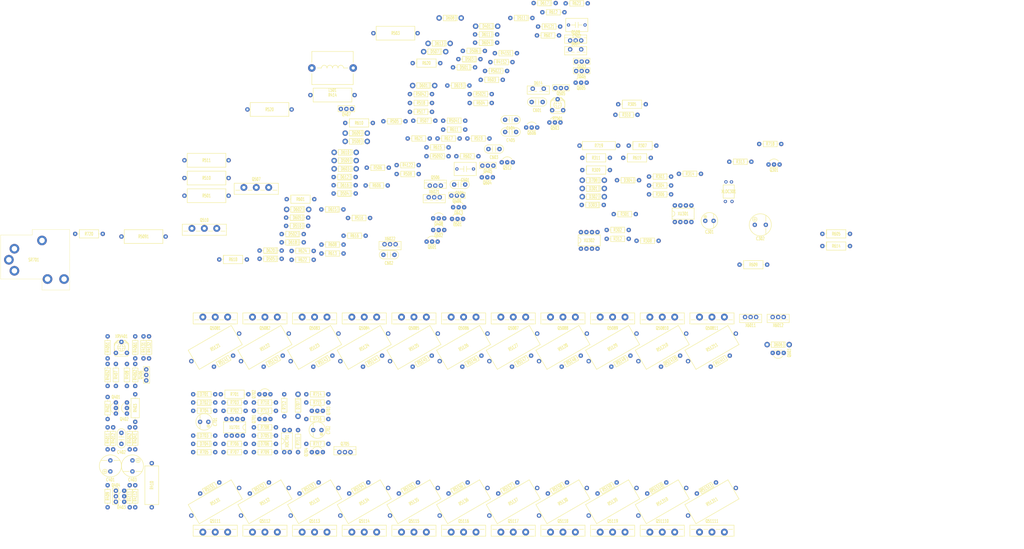
<source format=kicad_pcb>
(kicad_pcb (version 20171130) (host pcbnew 5.1.0)
  (title_block (date 2019-05-15))
  (layers (0 F.Cu signal) (31 B.Cu signal) (34 B.Paste user) (35 F.Paste user) (36 B.SilkS user) (37 F.SilkS user) (38 B.Mask user) (39 F.Mask user) (44 Edge.Cuts user))
  (net 0 "")
  (net 1 "Net-(C401-Pad2)")
  (net 2 0)
  (net 3 /M_REF)
  (net 4 "Net-(C403-Pad1)")
  (net 5 /M_VASOUT)
  (net 6 "Net-(C404-Pad1)")
  (net 7 /M_VASIOUT)
  (net 8 "Net-(C405-Pad1)")
  (net 9 /M_VBIASP)
  (net 10 /M_VBIASN)
  (net 11 "Net-(C502-Pad1)")
  (net 12 "Net-(C601-Pad1)")
  (net 13 "Net-(C601-Pad2)")
  (net 14 "Net-(C602-Pad2)")
  (net 15 "Net-(C602-Pad1)")
  (net 16 "Net-(C603-Pad1)")
  (net 17 "Net-(C603-Pad2)")
  (net 18 JH1)
  (net 19 "Net-(C604-Pad2)")
  (net 20 "Net-(D401-Pad2)")
  (net 21 "Net-(D501-Pad2)")
  (net 22 "Net-(D502-Pad2)")
  (net 23 "Net-(D504-Pad2)")
  (net 24 "Net-(D505-Pad2)")
  (net 25 "Net-(D507-Pad1)")
  (net 26 /M_VSWOP)
  (net 27 "Net-(D510-Pad2)")
  (net 28 "Net-(D511-Pad1)")
  (net 29 "Net-(D601-Pad2)")
  (net 30 "Net-(D602-Pad1)")
  (net 31 "Net-(D603-Pad2)")
  (net 32 "Net-(D604-Pad2)")
  (net 33 "Net-(D606-Pad1)")
  (net 34 "Net-(D608-Pad1)")
  (net 35 "Net-(D609-Pad2)")
  (net 36 "Net-(D610-Pad1)")
  (net 37 "Net-(D611-Pad1)")
  (net 38 "Net-(D613-Pad2)")
  (net 39 "Net-(D617-Pad2)")
  (net 40 "Net-(D620-Pad1)")
  (net 41 "Net-(Q401-Pad3)")
  (net 42 /M_NFB)
  (net 43 "Net-(Q403-Pad2)")
  (net 44 "Net-(Q403-Pad1)")
  (net 45 "Net-(Q404-Pad1)")
  (net 46 "Net-(Q405-Pad3)")
  (net 47 "Net-(Q406-Pad3)")
  (net 48 "Net-(Q407-Pad1)")
  (net 49 "Net-(Q408-Pad2)")
  (net 50 "Net-(Q501-Pad1)")
  (net 51 "Net-(Q501-Pad2)")
  (net 52 "Net-(Q503-Pad2)")
  (net 53 "Net-(Q503-Pad1)")
  (net 54 "Net-(Q505-Pad3)")
  (net 55 "Net-(Q505-Pad2)")
  (net 56 /M_DRV1P)
  (net 57 /M_DRV2P)
  (net 58 /M_DRV1N)
  (net 59 /M_DRV2N)
  (net 60 "Net-(Q512-Pad2)")
  (net 61 "Net-(Q513-Pad2)")
  (net 62 "Net-(Q602-Pad2)")
  (net 63 "Net-(Q602-Pad1)")
  (net 64 "Net-(Q603-Pad2)")
  (net 65 "Net-(Q605-Pad1)")
  (net 66 "Net-(Q605-Pad2)")
  (net 67 "Net-(Q606-Pad2)")
  (net 68 "Net-(Q5081-Pad3)")
  (net 69 "Net-(Q5082-Pad3)")
  (net 70 "Net-(Q5083-Pad3)")
  (net 71 "Net-(Q5084-Pad3)")
  (net 72 "Net-(Q5085-Pad3)")
  (net 73 "Net-(Q5086-Pad3)")
  (net 74 "Net-(Q5087-Pad3)")
  (net 75 "Net-(Q5088-Pad3)")
  (net 76 "Net-(Q5089-Pad3)")
  (net 77 "Net-(Q5111-Pad3)")
  (net 78 "Net-(Q5113-Pad3)")
  (net 79 "Net-(Q5114-Pad3)")
  (net 80 "Net-(Q5115-Pad3)")
  (net 81 "Net-(Q5116-Pad3)")
  (net 82 "Net-(Q5117-Pad3)")
  (net 83 "Net-(Q5118-Pad3)")
  (net 84 "Net-(Q5119-Pad3)")
  (net 85 "Net-(Q50810-Pad3)")
  (net 86 "Net-(Q50811-Pad3)")
  (net 87 "Net-(Q51110-Pad3)")
  (net 88 "Net-(Q51111-Pad3)")
  (net 89 "Net-(R407-Pad1)")
  (net 90 "Net-(R408-Pad1)")
  (net 91 "Net-(R507-Pad2)")
  (net 92 "Net-(R4051-Pad2)")
  (net 93 "Net-(R4061-Pad2)")
  (net 94 "Net-(C301-Pad2)")
  (net 95 LIMIT_IND_SRC)
  (net 96 "Net-(C401-Pad1)")
  (net 97 "Net-(C701-Pad1)")
  (net 98 /M_FPTH)
  (net 99 +120V)
  (net 100 "Net-(D301-Pad1)")
  (net 101 -120V)
  (net 102 "Net-(D302-Pad2)")
  (net 103 "Net-(D303-Pad1)")
  (net 104 /M_LMSON)
  (net 105 "Net-(D304-Pad2)")
  (net 106 M_VSWON)
  (net 107 /M_OUT_RAW)
  (net 108 +42V)
  (net 109 -42V)
  (net 110 /M_FPODLO)
  (net 111 /M_FPODO)
  (net 112 "Net-(D705-Pad2)")
  (net 113 "Net-(D706-Pad1)")
  (net 114 "Net-(D707-Pad1)")
  (net 115 /M_FPSSP)
  (net 116 "Net-(Q701-Pad1)")
  (net 117 "Net-(Q702-Pad1)")
  (net 118 "Net-(Q702-Pad2)")
  (net 119 +15V)
  (net 120 /M_FPSO)
  (net 121 "Net-(Q704-Pad3)")
  (net 122 "Net-(Q704-Pad1)")
  (net 123 "Net-(R302-Pad2)")
  (net 124 "Net-(R302-Pad1)")
  (net 125 "Net-(R303-Pad2)")
  (net 126 "Net-(R305-Pad2)")
  (net 127 "Net-(R309-Pad2)")
  (net 128 /M_LMSOP)
  (net 129 /M_FPSSN)
  (net 130 "Net-(R702-Pad1)")
  (net 131 "Net-(R702-Pad2)")
  (net 132 "Net-(R706-Pad2)")
  (net 133 "Net-(R711-Pad2)")
  (net 134 "Net-(R712-Pad2)")
  (net 135 -15V)
  (net 136 "Net-(R311-Pad2)")
  (net 137 "Net-(R314-Pad2)")
  (net 138 "Net-(D701-Pad1)")
  (net 139 "Net-(Q5112-Pad3)")
  (net 140 /+RLC)
  (net 141 /-RLC)
  (net 142 "Net-(L501-Pad2)")
  (module VCGA:DIODE_AXIAL_SMALL_SI (layer F.Cu) (at 156.66 -109.842999)
    (fp_text reference D401 (at 0 0) (layer F.SilkS) (effects (font (size 1.524 1.016) (thickness 0.254))))
    (fp_text value 1N4004)
    (pad 2 thru_hole circle (at 5.08 0) (size 2.54 2.54) (drill 1.27) (layers *.Cu *.Mask) (net 20 "Net-(D401-Pad2)"))
    (pad 1 thru_hole circle (at -5.08 0) (size 2.54 2.54) (drill 1.27) (layers *.Cu *.Mask) (net 2 0))
  )
  (module VCGA:DIODE_AXIAL_SMALL_SI (layer F.Cu) (at 132.75 -98.132999)
    (fp_text reference D507 (at 0 0) (layer F.SilkS) (effects (font (size 1.524 1.016) (thickness 0.254))))
    (fp_text value 1N4004)
    (pad 2 thru_hole circle (at 5.08 0) (size 2.54 2.54) (drill 1.27) (layers *.Cu *.Mask) (net 10 /M_VBIASN))
    (pad 1 thru_hole circle (at -5.08 0) (size 2.54 2.54) (drill 1.27) (layers *.Cu *.Mask) (net 25 "Net-(D507-Pad1)"))
  )
  (module VCGA:DIODE_AXIAL_SMALL_SI (layer F.Cu) (at 96.64 -56.792999)
    (fp_text reference D508 (at 0 0) (layer F.SilkS) (effects (font (size 1.524 1.016) (thickness 0.254))))
    (fp_text value 1N4004)
    (pad 2 thru_hole circle (at 5.08 0) (size 2.54 2.54) (drill 1.27) (layers *.Cu *.Mask) (net 26 /M_VSWOP))
    (pad 1 thru_hole circle (at -5.08 0) (size 2.54 2.54) (drill 1.27) (layers *.Cu *.Mask) (net 9 /M_VBIASP))
  )
  (module VCGA:DIODE_AXIAL_SMALL_SI (layer F.Cu) (at 91.56 -47.952999)
    (fp_text reference D509 (at 0 0) (layer F.SilkS) (effects (font (size 1.524 1.016) (thickness 0.254))))
    (fp_text value 1N4004)
    (pad 2 thru_hole circle (at 5.08 0) (size 2.54 2.54) (drill 1.27) (layers *.Cu *.Mask) (net 10 /M_VBIASN))
    (pad 1 thru_hole circle (at -5.08 0) (size 2.54 2.54) (drill 1.27) (layers *.Cu *.Mask) (net 106 M_VSWON))
  )
  (module VCGA:DIODE_AXIAL_SMALL_SI (layer F.Cu) (at 127.67 -82.522999)
    (fp_text reference D601 (at 0 0) (layer F.SilkS) (effects (font (size 1.524 1.016) (thickness 0.254))))
    (fp_text value 1N4738)
    (pad 2 thru_hole circle (at 5.08 0) (size 2.54 2.54) (drill 1.27) (layers *.Cu *.Mask) (net 29 "Net-(D601-Pad2)"))
    (pad 1 thru_hole circle (at -5.08 0) (size 2.54 2.54) (drill 1.27) (layers *.Cu *.Mask) (net 107 /M_OUT_RAW))
  )
  (module VCGA:DIODE_AXIAL_SMALL_SI (layer F.Cu) (at 69.69 -25.452999)
    (fp_text reference D602 (at 0 0) (layer F.SilkS) (effects (font (size 1.524 1.016) (thickness 0.254))))
    (fp_text value 1N4004)
    (pad 2 thru_hole circle (at 5.08 0) (size 2.54 2.54) (drill 1.27) (layers *.Cu *.Mask) (net 29 "Net-(D601-Pad2)"))
    (pad 1 thru_hole circle (at -5.08 0) (size 2.54 2.54) (drill 1.27) (layers *.Cu *.Mask) (net 30 "Net-(D602-Pad1)"))
  )
  (module VCGA:DIODE_AXIAL_SMALL_SI (layer F.Cu) (at 91.56 -44.162999)
    (fp_text reference D603 (at 0 0) (layer F.SilkS) (effects (font (size 1.524 1.016) (thickness 0.254))))
    (fp_text value 1N4007)
    (pad 2 thru_hole circle (at 5.08 0) (size 2.54 2.54) (drill 1.27) (layers *.Cu *.Mask) (net 31 "Net-(D603-Pad2)"))
    (pad 1 thru_hole circle (at -5.08 0) (size 2.54 2.54) (drill 1.27) (layers *.Cu *.Mask) (net 30 "Net-(D602-Pad1)"))
  )
  (module VCGA:DIODE_AXIAL_SMALL_SI (layer F.Cu) (at 290.83 36.83)
    (fp_text reference D606 (at 0 0) (layer F.SilkS) (effects (font (size 1.524 1.016) (thickness 0.254))))
    (fp_text value 1N4742)
    (pad 2 thru_hole circle (at 5.08 0) (size 2.54 2.54) (drill 1.27) (layers *.Cu *.Mask) (net 99 +120V))
    (pad 1 thru_hole circle (at -5.08 0) (size 2.54 2.54) (drill 1.27) (layers *.Cu *.Mask) (net 33 "Net-(D606-Pad1)"))
  )
  (module VCGA:DIODE_AXIAL_SMALL_SI (layer F.Cu) (at 139.87 -113.632999)
    (fp_text reference D608 (at 0 0) (layer F.SilkS) (effects (font (size 1.524 1.016) (thickness 0.254))))
    (fp_text value 1N4738)
    (pad 2 thru_hole circle (at 5.08 0) (size 2.54 2.54) (drill 1.27) (layers *.Cu *.Mask) (net 107 /M_OUT_RAW))
    (pad 1 thru_hole circle (at -5.08 0) (size 2.54 2.54) (drill 1.27) (layers *.Cu *.Mask) (net 34 "Net-(D608-Pad1)"))
  )
  (module VCGA:DIODE_AXIAL_SMALL_SI (layer F.Cu) (at 96.64 -60.582999)
    (fp_text reference D609 (at 0 0) (layer F.SilkS) (effects (font (size 1.524 1.016) (thickness 0.254))))
    (fp_text value 1N4004)
    (pad 2 thru_hole circle (at 5.08 0) (size 2.54 2.54) (drill 1.27) (layers *.Cu *.Mask) (net 35 "Net-(D609-Pad2)"))
    (pad 1 thru_hole circle (at -5.08 0) (size 2.54 2.54) (drill 1.27) (layers *.Cu *.Mask) (net 34 "Net-(D608-Pad1)"))
  )
  (module VCGA:DIODE_AXIAL_SMALL_SI (layer F.Cu) (at 91.56 -51.742999)
    (fp_text reference D610 (at 0 0) (layer F.SilkS) (effects (font (size 1.524 1.016) (thickness 0.254))))
    (fp_text value 1N4007)
    (pad 2 thru_hole circle (at 5.08 0) (size 2.54 2.54) (drill 1.27) (layers *.Cu *.Mask) (net 35 "Net-(D609-Pad2)"))
    (pad 1 thru_hole circle (at -5.08 0) (size 2.54 2.54) (drill 1.27) (layers *.Cu *.Mask) (net 36 "Net-(D610-Pad1)"))
  )
  (module VCGA:DIODE_AXIAL_SMALL_SI (layer F.Cu) (at 134.79 -101.922999)
    (fp_text reference D613 (at 0 0) (layer F.SilkS) (effects (font (size 1.524 1.016) (thickness 0.254))))
    (fp_text value 1N4742)
    (pad 2 thru_hole circle (at 5.08 0) (size 2.54 2.54) (drill 1.27) (layers *.Cu *.Mask) (net 38 "Net-(D613-Pad2)"))
    (pad 1 thru_hole circle (at -5.08 0) (size 2.54 2.54) (drill 1.27) (layers *.Cu *.Mask) (net 101 -120V))
  )
  (module VCGA:DIODE_AXIAL_SMALL_SI (layer F.Cu) (at 205.74 -35.102999)
    (fp_text reference D301 (at 0 0) (layer F.SilkS) (effects (font (size 1.524 1.016) (thickness 0.254))))
    (fp_text value 1N4738)
    (pad 2 thru_hole circle (at 5.08 0) (size 2.54 2.54) (drill 1.27) (layers *.Cu *.Mask) (net 99 +120V))
    (pad 1 thru_hole circle (at -5.08 0) (size 2.54 2.54) (drill 1.27) (layers *.Cu *.Mask) (net 100 "Net-(D301-Pad1)"))
  )
  (module VCGA:DIODE_AXIAL_SMALL_SI (layer F.Cu) (at 205.74 -31.312999)
    (fp_text reference D302 (at 0 0) (layer F.SilkS) (effects (font (size 1.524 1.016) (thickness 0.254))))
    (fp_text value 1N4738)
    (pad 2 thru_hole circle (at 5.08 0) (size 2.54 2.54) (drill 1.27) (layers *.Cu *.Mask) (net 102 "Net-(D302-Pad2)"))
    (pad 1 thru_hole circle (at -5.08 0) (size 2.54 2.54) (drill 1.27) (layers *.Cu *.Mask) (net 101 -120V))
  )
  (module VCGA:DIODE_AXIAL_SMALL_SI (layer F.Cu) (at 69.85 64.77 90)
    (fp_text reference D707 (at 0 0 90) (layer F.SilkS) (effects (font (size 1.524 1.016) (thickness 0.254))))
    (fp_text value 1N4732)
    (pad 2 thru_hole circle (at 5.08 0 90) (size 2.54 2.54) (drill 1.27) (layers *.Cu *.Mask) (net 115 /M_FPSSP))
    (pad 1 thru_hole circle (at -5.08 0 90) (size 2.54 2.54) (drill 1.27) (layers *.Cu *.Mask) (net 114 "Net-(D707-Pad1)"))
  )
  (module VCGA:DIODE_AXIAL_SMALL_SI (layer F.Cu) (at 205.74 -38.892999)
    (fp_text reference D708 (at 0 0) (layer F.SilkS) (effects (font (size 1.524 1.016) (thickness 0.254))))
    (fp_text value 1N4002)
    (pad 2 thru_hole circle (at 5.08 0) (size 2.54 2.54) (drill 1.27) (layers *.Cu *.Mask) (net 140 /+RLC))
    (pad 1 thru_hole circle (at -5.08 0) (size 2.54 2.54) (drill 1.27) (layers *.Cu *.Mask) (net 141 /-RLC))
  )
  (module VCGA:DIP8 (layer F.Cu) (at 247.090401 -23.474599)
    (fp_text reference XU301 (at 0 0) (layer F.SilkS) (effects (font (size 1.524 1.016) (thickness 0.254))))
    (fp_text value JRC4558)
    (pad 1 thru_hole circle (at -3.81 3.81) (size 2.032 2.032) (drill 0.762) (layers *.Cu *.Mask) (net 124 "Net-(R302-Pad1)"))
    (pad 2 thru_hole circle (at -1.27 3.81) (size 2.032 2.032) (drill 0.762) (layers *.Cu *.Mask) (net 124 "Net-(R302-Pad1)"))
    (pad 3 thru_hole circle (at 1.27 3.81) (size 2.032 2.032) (drill 0.762) (layers *.Cu *.Mask) (net 94 "Net-(C301-Pad2)"))
    (pad 4 thru_hole circle (at 3.81 3.81) (size 2.032 2.032) (drill 0.762) (layers *.Cu *.Mask) (net 135 -15V))
    (pad 5 thru_hole circle (at 3.81 -3.81) (size 2.032 2.032) (drill 0.762) (layers *.Cu *.Mask) (net 123 "Net-(R302-Pad2)"))
    (pad 6 thru_hole circle (at 1.27 -3.81) (size 2.032 2.032) (drill 0.762) (layers *.Cu *.Mask) (net 125 "Net-(R303-Pad2)"))
    (pad 7 thru_hole circle (at -1.27 -3.81) (size 2.032 2.032) (drill 0.762) (layers *.Cu *.Mask) (net 96 "Net-(C401-Pad1)"))
    (pad 8 thru_hole circle (at -3.81 -3.81) (size 2.032 2.032) (drill 0.762) (layers *.Cu *.Mask) (net 119 +15V))
  )
  (module VCGA:DIP8 (layer F.Cu) (at 203.860401 -11.174599)
    (fp_text reference XU302 (at 0 0) (layer F.SilkS) (effects (font (size 1.524 1.016) (thickness 0.254))))
    (fp_text value JRC4558)
    (pad 1 thru_hole circle (at -3.81 3.81) (size 2.032 2.032) (drill 0.762) (layers *.Cu *.Mask) (net 104 /M_LMSON))
    (pad 2 thru_hole circle (at -1.27 3.81) (size 2.032 2.032) (drill 0.762) (layers *.Cu *.Mask) (net 136 "Net-(R311-Pad2)"))
    (pad 3 thru_hole circle (at 1.27 3.81) (size 2.032 2.032) (drill 0.762) (layers *.Cu *.Mask) (net 127 "Net-(R309-Pad2)"))
    (pad 4 thru_hole circle (at 3.81 3.81) (size 2.032 2.032) (drill 0.762) (layers *.Cu *.Mask) (net 135 -15V))
    (pad 5 thru_hole circle (at 3.81 -3.81) (size 2.032 2.032) (drill 0.762) (layers *.Cu *.Mask) (net 126 "Net-(R305-Pad2)"))
    (pad 6 thru_hole circle (at 1.27 -3.81) (size 2.032 2.032) (drill 0.762) (layers *.Cu *.Mask) (net 103 "Net-(D303-Pad1)"))
    (pad 7 thru_hole circle (at -1.27 -3.81) (size 2.032 2.032) (drill 0.762) (layers *.Cu *.Mask) (net 128 /M_LMSOP))
    (pad 8 thru_hole circle (at -3.81 -3.81) (size 2.032 2.032) (drill 0.762) (layers *.Cu *.Mask) (net 119 +15V))
  )
  (module VCGA:DIP8 (layer F.Cu) (at 40.64 74.93 180)
    (fp_text reference XU701 (at 0 0 180) (layer F.SilkS) (effects (font (size 1.524 1.016) (thickness 0.254))))
    (fp_text value JRC4558)
    (pad 1 thru_hole circle (at -3.81 3.81 180) (size 2.032 2.032) (drill 0.762) (layers *.Cu *.Mask) (net 130 "Net-(R702-Pad1)"))
    (pad 2 thru_hole circle (at -1.27 3.81 180) (size 2.032 2.032) (drill 0.762) (layers *.Cu *.Mask) (net 131 "Net-(R702-Pad2)"))
    (pad 3 thru_hole circle (at 1.27 3.81 180) (size 2.032 2.032) (drill 0.762) (layers *.Cu *.Mask) (net 138 "Net-(D701-Pad1)"))
    (pad 4 thru_hole circle (at 3.81 3.81 180) (size 2.032 2.032) (drill 0.762) (layers *.Cu *.Mask) (net 135 -15V))
    (pad 5 thru_hole circle (at 3.81 -3.81 180) (size 2.032 2.032) (drill 0.762) (layers *.Cu *.Mask) (net 97 "Net-(C701-Pad1)"))
    (pad 6 thru_hole circle (at 1.27 -3.81 180) (size 2.032 2.032) (drill 0.762) (layers *.Cu *.Mask) (net 132 "Net-(R706-Pad2)"))
    (pad 7 thru_hole circle (at -1.27 -3.81 180) (size 2.032 2.032) (drill 0.762) (layers *.Cu *.Mask) (net 111 /M_FPODO))
    (pad 8 thru_hole circle (at -3.81 -3.81 180) (size 2.032 2.032) (drill 0.762) (layers *.Cu *.Mask) (net 119 +15V))
  )
  (module VCGA:DIODE_AXIAL_SMALL_GE (layer F.Cu) (at 146.246 -90.892999)
    (fp_text reference D501 (at 0 0) (layer F.SilkS) (effects (font (size 1.524 1.016) (thickness 0.254))))
    (fp_text value 1N4148)
    (pad 2 thru_hole circle (at 5.08 0) (size 2.032 2.032) (drill 0.762) (layers *.Cu *.Mask) (net 21 "Net-(D501-Pad2)"))
    (pad 1 thru_hole circle (at -5.08 0) (size 2.032 2.032) (drill 0.762) (layers *.Cu *.Mask) (net 9 /M_VBIASP))
  )
  (module VCGA:DIODE_AXIAL_SMALL_GE (layer F.Cu) (at 67.396 -14.082999)
    (fp_text reference D502 (at 0 0) (layer F.SilkS) (effects (font (size 1.524 1.016) (thickness 0.254))))
    (fp_text value 1N4148)
    (pad 2 thru_hole circle (at 5.08 0) (size 2.032 2.032) (drill 0.762) (layers *.Cu *.Mask) (net 22 "Net-(D502-Pad2)"))
    (pad 1 thru_hole circle (at -5.08 0) (size 2.032 2.032) (drill 0.762) (layers *.Cu *.Mask) (net 21 "Net-(D501-Pad2)"))
  )
  (module VCGA:DIODE_AXIAL_SMALL_GE (layer F.Cu) (at 148.736 -94.682999)
    (fp_text reference D503 (at 0 0) (layer F.SilkS) (effects (font (size 1.524 1.016) (thickness 0.254))))
    (fp_text value 1N4148)
    (pad 2 thru_hole circle (at 5.08 0) (size 2.032 2.032) (drill 0.762) (layers *.Cu *.Mask) (net 5 /M_VASOUT))
    (pad 1 thru_hole circle (at -5.08 0) (size 2.032 2.032) (drill 0.762) (layers *.Cu *.Mask) (net 22 "Net-(D502-Pad2)"))
  )
  (module VCGA:DIODE_AXIAL_SMALL_GE (layer F.Cu) (at 91.306 -32.792999)
    (fp_text reference D504 (at 0 0) (layer F.SilkS) (effects (font (size 1.524 1.016) (thickness 0.254))))
    (fp_text value 1N4148)
    (pad 2 thru_hole circle (at 5.08 0) (size 2.032 2.032) (drill 0.762) (layers *.Cu *.Mask) (net 23 "Net-(D504-Pad2)"))
    (pad 1 thru_hole circle (at -5.08 0) (size 2.032 2.032) (drill 0.762) (layers *.Cu *.Mask) (net 5 /M_VASOUT))
  )
  (module VCGA:DIODE_AXIAL_SMALL_GE (layer F.Cu) (at 57.236 -2.712999)
    (fp_text reference D505 (at 0 0) (layer F.SilkS) (effects (font (size 1.524 1.016) (thickness 0.254))))
    (fp_text value 1N4148)
    (pad 2 thru_hole circle (at 5.08 0) (size 2.032 2.032) (drill 0.762) (layers *.Cu *.Mask) (net 24 "Net-(D505-Pad2)"))
    (pad 1 thru_hole circle (at -5.08 0) (size 2.032 2.032) (drill 0.762) (layers *.Cu *.Mask) (net 23 "Net-(D504-Pad2)"))
  )
  (module VCGA:DIODE_AXIAL_SMALL_GE (layer F.Cu) (at 150.776 -98.472999)
    (fp_text reference D506 (at 0 0) (layer F.SilkS) (effects (font (size 1.524 1.016) (thickness 0.254))))
    (fp_text value 1N4148)
    (pad 2 thru_hole circle (at 5.08 0) (size 2.032 2.032) (drill 0.762) (layers *.Cu *.Mask) (net 10 /M_VBIASN))
    (pad 1 thru_hole circle (at -5.08 0) (size 2.032 2.032) (drill 0.762) (layers *.Cu *.Mask) (net 24 "Net-(D505-Pad2)"))
  )
  (module VCGA:DIODE_AXIAL_SMALL_GE (layer F.Cu) (at 69.436 -17.872999)
    (fp_text reference D510 (at 0 0) (layer F.SilkS) (effects (font (size 1.524 1.016) (thickness 0.254))))
    (fp_text value 1N4148)
    (pad 2 thru_hole circle (at 5.08 0) (size 2.032 2.032) (drill 0.762) (layers *.Cu *.Mask) (net 27 "Net-(D510-Pad2)"))
    (pad 1 thru_hole circle (at -5.08 0) (size 2.032 2.032) (drill 0.762) (layers *.Cu *.Mask) (net 9 /M_VBIASP))
  )
  (module VCGA:DIODE_AXIAL_SMALL_GE (layer F.Cu) (at 172.646 -113.632999)
    (fp_text reference D511 (at 0 0) (layer F.SilkS) (effects (font (size 1.524 1.016) (thickness 0.254))))
    (fp_text value 1N4148)
    (pad 2 thru_hole circle (at 5.08 0) (size 2.032 2.032) (drill 0.762) (layers *.Cu *.Mask) (net 10 /M_VBIASN))
    (pad 1 thru_hole circle (at -5.08 0) (size 2.032 2.032) (drill 0.762) (layers *.Cu *.Mask) (net 28 "Net-(D511-Pad1)"))
  )
  (module VCGA:DIODE_AXIAL_SMALL_GE (layer F.Cu) (at 156.406 -102.262999)
    (fp_text reference D604 (at 0 0) (layer F.SilkS) (effects (font (size 1.524 1.016) (thickness 0.254))))
    (fp_text value 1N4148)
    (pad 2 thru_hole circle (at 5.08 0) (size 2.032 2.032) (drill 0.762) (layers *.Cu *.Mask) (net 32 "Net-(D604-Pad2)"))
    (pad 1 thru_hole circle (at -5.08 0) (size 2.032 2.032) (drill 0.762) (layers *.Cu *.Mask) (net 12 "Net-(C601-Pad1)"))
  )
  (module VCGA:DIODE_AXIAL_SMALL_GE (layer F.Cu) (at 69.436 -21.662999)
    (fp_text reference D605 (at 0 0) (layer F.SilkS) (effects (font (size 1.524 1.016) (thickness 0.254))))
    (fp_text value 1N4148)
    (pad 2 thru_hole circle (at 5.08 0) (size 2.032 2.032) (drill 0.762) (layers *.Cu *.Mask) (net 13 "Net-(C601-Pad2)"))
    (pad 1 thru_hole circle (at -5.08 0) (size 2.032 2.032) (drill 0.762) (layers *.Cu *.Mask) (net 108 +42V))
  )
  (module VCGA:DIODE_AXIAL_SMALL_GE (layer F.Cu) (at 156.406 -106.052999)
    (fp_text reference D611 (at 0 0) (layer F.SilkS) (effects (font (size 1.524 1.016) (thickness 0.254))))
    (fp_text value 1N4148)
    (pad 2 thru_hole circle (at 5.08 0) (size 2.032 2.032) (drill 0.762) (layers *.Cu *.Mask) (net 15 "Net-(C602-Pad1)"))
    (pad 1 thru_hole circle (at -5.08 0) (size 2.032 2.032) (drill 0.762) (layers *.Cu *.Mask) (net 37 "Net-(D611-Pad1)"))
  )
  (module VCGA:DIODE_AXIAL_SMALL_GE (layer F.Cu) (at 91.306 -40.372999)
    (fp_text reference D612 (at 0 0) (layer F.SilkS) (effects (font (size 1.524 1.016) (thickness 0.254))))
    (fp_text value 1N4148)
    (pad 2 thru_hole circle (at 5.08 0) (size 2.032 2.032) (drill 0.762) (layers *.Cu *.Mask) (net 109 -42V))
    (pad 1 thru_hole circle (at -5.08 0) (size 2.032 2.032) (drill 0.762) (layers *.Cu *.Mask) (net 14 "Net-(C602-Pad2)"))
  )
  (module VCGA:DIODE_AXIAL_SMALL_GE (layer F.Cu) (at 85.676 -25.452999)
    (fp_text reference D615 (at 0 0) (layer F.SilkS) (effects (font (size 1.524 1.016) (thickness 0.254))))
    (fp_text value 1N4148)
    (pad 2 thru_hole circle (at 5.08 0) (size 2.032 2.032) (drill 0.762) (layers *.Cu *.Mask) (net 16 "Net-(C603-Pad1)"))
    (pad 1 thru_hole circle (at -5.08 0) (size 2.032 2.032) (drill 0.762) (layers *.Cu *.Mask) (net 26 /M_VSWOP))
  )
  (module VCGA:DIODE_AXIAL_SMALL_GE (layer F.Cu) (at 91.306 -36.582999)
    (fp_text reference D616 (at 0 0) (layer F.SilkS) (effects (font (size 1.524 1.016) (thickness 0.254))))
    (fp_text value 1N4148)
    (pad 2 thru_hole circle (at 5.08 0) (size 2.032 2.032) (drill 0.762) (layers *.Cu *.Mask) (net 17 "Net-(C603-Pad2)"))
    (pad 1 thru_hole circle (at -5.08 0) (size 2.032 2.032) (drill 0.762) (layers *.Cu *.Mask) (net 108 +42V))
  )
  (module VCGA:DIODE_AXIAL_SMALL_GE (layer F.Cu) (at 183.356 -120.522999)
    (fp_text reference D617 (at 0 0) (layer F.SilkS) (effects (font (size 1.524 1.016) (thickness 0.254))))
    (fp_text value 1N4148)
    (pad 2 thru_hole circle (at 5.08 0) (size 2.032 2.032) (drill 0.762) (layers *.Cu *.Mask) (net 39 "Net-(D617-Pad2)"))
    (pad 1 thru_hole circle (at -5.08 0) (size 2.032 2.032) (drill 0.762) (layers *.Cu *.Mask) (net 17 "Net-(C603-Pad2)"))
  )
  (module VCGA:DIODE_AXIAL_SMALL_GE (layer F.Cu) (at 67.396 -10.292999)
    (fp_text reference D618 (at 0 0) (layer F.SilkS) (effects (font (size 1.524 1.016) (thickness 0.254))))
    (fp_text value 1N4148)
    (pad 2 thru_hole circle (at 5.08 0) (size 2.032 2.032) (drill 0.762) (layers *.Cu *.Mask) (net 106 M_VSWON))
    (pad 1 thru_hole circle (at -5.08 0) (size 2.032 2.032) (drill 0.762) (layers *.Cu *.Mask) (net 18 JH1))
  )
  (module VCGA:DIODE_AXIAL_SMALL_GE (layer F.Cu) (at 143.656 -82.522999)
    (fp_text reference D619 (at 0 0) (layer F.SilkS) (effects (font (size 1.524 1.016) (thickness 0.254))))
    (fp_text value 1N4148)
    (pad 2 thru_hole circle (at 5.08 0) (size 2.032 2.032) (drill 0.762) (layers *.Cu *.Mask) (net 109 -42V))
    (pad 1 thru_hole circle (at -5.08 0) (size 2.032 2.032) (drill 0.762) (layers *.Cu *.Mask) (net 19 "Net-(C604-Pad2)"))
  )
  (module VCGA:DIODE_AXIAL_SMALL_GE (layer F.Cu) (at 57.236 -6.502999)
    (fp_text reference D620 (at 0 0) (layer F.SilkS) (effects (font (size 1.524 1.016) (thickness 0.254))))
    (fp_text value 1N4148)
    (pad 2 thru_hole circle (at 5.08 0) (size 2.032 2.032) (drill 0.762) (layers *.Cu *.Mask) (net 19 "Net-(C604-Pad2)"))
    (pad 1 thru_hole circle (at -5.08 0) (size 2.032 2.032) (drill 0.762) (layers *.Cu *.Mask) (net 40 "Net-(D620-Pad1)"))
  )
  (module VCGA:DIODE_AXIAL_SMALL_GE (layer F.Cu) (at 205.486 -27.522999)
    (fp_text reference D303 (at 0 0) (layer F.SilkS) (effects (font (size 1.524 1.016) (thickness 0.254))))
    (fp_text value 1N4148)
    (pad 2 thru_hole circle (at 5.08 0) (size 2.032 2.032) (drill 0.762) (layers *.Cu *.Mask) (net 104 /M_LMSON))
    (pad 1 thru_hole circle (at -5.08 0) (size 2.032 2.032) (drill 0.762) (layers *.Cu *.Mask) (net 103 "Net-(D303-Pad1)"))
  )
  (module VCGA:DIODE_AXIAL_SMALL_GE (layer F.Cu) (at 221.726 -38.892999)
    (fp_text reference D304 (at 0 0) (layer F.SilkS) (effects (font (size 1.524 1.016) (thickness 0.254))))
    (fp_text value 1N4148)
    (pad 2 thru_hole circle (at 5.08 0) (size 2.032 2.032) (drill 0.762) (layers *.Cu *.Mask) (net 105 "Net-(D304-Pad2)"))
    (pad 1 thru_hole circle (at -5.08 0) (size 2.032 2.032) (drill 0.762) (layers *.Cu *.Mask) (net 2 0))
  )
  (module VCGA:DIODE_AXIAL_SMALL_GE (layer F.Cu) (at 26.67 59.69 180)
    (fp_text reference D701 (at 0 0 180) (layer F.SilkS) (effects (font (size 1.524 1.016) (thickness 0.254))))
    (fp_text value 1N4148)
    (pad 2 thru_hole circle (at 5.08 0 180) (size 2.032 2.032) (drill 0.762) (layers *.Cu *.Mask) (net 2 0))
    (pad 1 thru_hole circle (at -5.08 0 180) (size 2.032 2.032) (drill 0.762) (layers *.Cu *.Mask) (net 138 "Net-(D701-Pad1)"))
  )
  (module VCGA:DIODE_AXIAL_SMALL_GE (layer F.Cu) (at 26.67 78.74 180)
    (fp_text reference D703 (at 0 0 180) (layer F.SilkS) (effects (font (size 1.524 1.016) (thickness 0.254))))
    (fp_text value 1N4148)
    (pad 2 thru_hole circle (at 5.08 0 180) (size 2.032 2.032) (drill 0.762) (layers *.Cu *.Mask) (net 2 0))
    (pad 1 thru_hole circle (at -5.08 0 180) (size 2.032 2.032) (drill 0.762) (layers *.Cu *.Mask) (net 110 /M_FPODLO))
  )
  (module VCGA:DIODE_AXIAL_SMALL_GE (layer F.Cu) (at 26.67 82.55)
    (fp_text reference D704 (at 0 0) (layer F.SilkS) (effects (font (size 1.524 1.016) (thickness 0.254))))
    (fp_text value 1N4148)
    (pad 2 thru_hole circle (at 5.08 0) (size 2.032 2.032) (drill 0.762) (layers *.Cu *.Mask) (net 110 /M_FPODLO))
    (pad 1 thru_hole circle (at -5.08 0) (size 2.032 2.032) (drill 0.762) (layers *.Cu *.Mask) (net 2 0))
  )
  (module VCGA:DIODE_AXIAL_SMALL_GE (layer F.Cu) (at 54.61 78.74)
    (fp_text reference D705 (at 0 0) (layer F.SilkS) (effects (font (size 1.524 1.016) (thickness 0.254))))
    (fp_text value 1N4148)
    (pad 2 thru_hole circle (at 5.08 0) (size 2.032 2.032) (drill 0.762) (layers *.Cu *.Mask) (net 112 "Net-(D705-Pad2)"))
    (pad 1 thru_hole circle (at -5.08 0) (size 2.032 2.032) (drill 0.762) (layers *.Cu *.Mask) (net 111 /M_FPODO))
  )
  (module VCGA:DIODE_AXIAL_SMALL_GE (layer F.Cu) (at 54.61 82.55 180)
    (fp_text reference D706 (at 0 0 180) (layer F.SilkS) (effects (font (size 1.524 1.016) (thickness 0.254))))
    (fp_text value 1N4148)
    (pad 2 thru_hole circle (at 5.08 0 180) (size 2.032 2.032) (drill 0.762) (layers *.Cu *.Mask) (net 111 /M_FPODO))
    (pad 1 thru_hole circle (at -5.08 0 180) (size 2.032 2.032) (drill 0.762) (layers *.Cu *.Mask) (net 113 "Net-(D706-Pad1)"))
  )
  (module VCGA:DIODE_AXIAL_SMALL_GE (layer F.Cu) (at 26.67 63.5)
    (fp_text reference D702 (at 0 0) (layer F.SilkS) (effects (font (size 1.524 1.016) (thickness 0.254))))
    (fp_text value 1N4148)
    (pad 2 thru_hole circle (at 5.08 0) (size 2.032 2.032) (drill 0.762) (layers *.Cu *.Mask) (net 138 "Net-(D701-Pad1)"))
    (pad 1 thru_hole circle (at -5.08 0) (size 2.032 2.032) (drill 0.762) (layers *.Cu *.Mask) (net 2 0))
  )
  (module VCGA:RESISTOR_AXIAL_0.25W (layer F.Cu) (at -17.78 66.04 270)
    (fp_text reference R402 (at 0 0 270) (layer F.SilkS) (effects (font (size 1.524 1.016) (thickness 0.254))))
    (fp_text value 22k)
    (pad 2 thru_hole circle (at 5.08 0 270) (size 2.032 2.032) (drill 0.762) (layers *.Cu *.Mask) (net 2 0))
    (pad 1 thru_hole circle (at -5.08 0 270) (size 2.032 2.032) (drill 0.762) (layers *.Cu *.Mask) (net 3 /M_REF))
  )
  (module VCGA:RESISTOR_AXIAL_0.25W (layer F.Cu) (at -13.97 50.8 270)
    (fp_text reference R407 (at 0 0 270) (layer F.SilkS) (effects (font (size 1.524 1.016) (thickness 0.254))))
    (fp_text value 5.6k)
    (pad 2 thru_hole circle (at 5.08 0 270) (size 2.032 2.032) (drill 0.762) (layers *.Cu *.Mask) (net 6 "Net-(C404-Pad1)"))
    (pad 1 thru_hole circle (at -5.08 0 270) (size 2.032 2.032) (drill 0.762) (layers *.Cu *.Mask) (net 89 "Net-(R407-Pad1)"))
  )
  (module VCGA:RESISTOR_AXIAL_0.25W (layer F.Cu) (at -8.89 50.8 270)
    (fp_text reference R408 (at 0 0 270) (layer F.SilkS) (effects (font (size 1.524 1.016) (thickness 0.254))))
    (fp_text value 5.6k)
    (pad 2 thru_hole circle (at 5.08 0 270) (size 2.032 2.032) (drill 0.762) (layers *.Cu *.Mask) (net 8 "Net-(C405-Pad1)"))
    (pad 1 thru_hole circle (at -5.08 0 270) (size 2.032 2.032) (drill 0.762) (layers *.Cu *.Mask) (net 90 "Net-(R408-Pad1)"))
  )
  (module VCGA:RESISTOR_AXIAL_0.25W (layer F.Cu) (at -17.78 106.68 270)
    (fp_text reference R409 (at 0 0 270) (layer F.SilkS) (effects (font (size 1.524 1.016) (thickness 0.254))))
    (fp_text value 270)
    (pad 2 thru_hole circle (at 5.08 0 270) (size 2.032 2.032) (drill 0.762) (layers *.Cu *.Mask) (net 45 "Net-(Q404-Pad1)"))
    (pad 1 thru_hole circle (at -5.08 0 270) (size 2.032 2.032) (drill 0.762) (layers *.Cu *.Mask) (net 41 "Net-(Q401-Pad3)"))
  )
  (module VCGA:RESISTOR_AXIAL_0.25W (layer F.Cu) (at 114.225401 -66.050599)
    (fp_text reference R505 (at 0 0) (layer F.SilkS) (effects (font (size 1.524 1.016) (thickness 0.254))))
    (fp_text value 820)
    (pad 2 thru_hole circle (at 5.08 0) (size 2.032 2.032) (drill 0.762) (layers *.Cu *.Mask) (net 55 "Net-(Q505-Pad2)"))
    (pad 1 thru_hole circle (at -5.08 0) (size 2.032 2.032) (drill 0.762) (layers *.Cu *.Mask) (net 9 /M_VBIASP))
  )
  (module VCGA:RESISTOR_AXIAL_0.25W (layer F.Cu) (at 106.555401 -44.670599)
    (fp_text reference R506 (at 0 0) (layer F.SilkS) (effects (font (size 1.524 1.016) (thickness 0.254))))
    (fp_text value 1.2k)
    (pad 2 thru_hole circle (at 5.08 0) (size 2.032 2.032) (drill 0.762) (layers *.Cu *.Mask) (net 25 "Net-(D507-Pad1)"))
    (pad 1 thru_hole circle (at -5.08 0) (size 2.032 2.032) (drill 0.762) (layers *.Cu *.Mask) (net 55 "Net-(Q505-Pad2)"))
  )
  (module VCGA:RESISTOR_AXIAL_0.25W (layer F.Cu) (at 127.975401 -66.310599)
    (fp_text reference R507 (at 0 0) (layer F.SilkS) (effects (font (size 1.524 1.016) (thickness 0.254))))
    (fp_text value 4.7k)
    (pad 2 thru_hole circle (at 5.08 0) (size 2.032 2.032) (drill 0.762) (layers *.Cu *.Mask) (net 91 "Net-(R507-Pad2)"))
    (pad 1 thru_hole circle (at -5.08 0) (size 2.032 2.032) (drill 0.762) (layers *.Cu *.Mask) (net 55 "Net-(Q505-Pad2)"))
  )
  (module VCGA:RESISTOR_AXIAL_0.25W (layer F.Cu) (at 120.305401 -41.770599)
    (fp_text reference R508 (at 0 0) (layer F.SilkS) (effects (font (size 1.524 1.016) (thickness 0.254))))
    (fp_text value 180)
    (pad 2 thru_hole circle (at 5.08 0) (size 2.032 2.032) (drill 0.762) (layers *.Cu *.Mask) (net 25 "Net-(D507-Pad1)"))
    (pad 1 thru_hole circle (at -5.08 0) (size 2.032 2.032) (drill 0.762) (layers *.Cu *.Mask) (net 54 "Net-(Q505-Pad3)"))
  )
  (module VCGA:RESISTOR_AXIAL_0.25W (layer F.Cu) (at 97.925401 -21.510599)
    (fp_text reference R516 (at 0 0) (layer F.SilkS) (effects (font (size 1.524 1.016) (thickness 0.254))))
    (fp_text value 10k)
    (pad 2 thru_hole circle (at 5.08 0) (size 2.032 2.032) (drill 0.762) (layers *.Cu *.Mask) (net 115 /M_FPSSP))
    (pad 1 thru_hole circle (at -5.08 0) (size 2.032 2.032) (drill 0.762) (layers *.Cu *.Mask) (net 60 "Net-(Q512-Pad2)"))
  )
  (module VCGA:RESISTOR_AXIAL_0.25W (layer F.Cu) (at 126.425401 -70.400599)
    (fp_text reference R517 (at 0 0) (layer F.SilkS) (effects (font (size 1.524 1.016) (thickness 0.254))))
    (fp_text value 820)
    (pad 2 thru_hole circle (at 5.08 0) (size 2.032 2.032) (drill 0.762) (layers *.Cu *.Mask) (net 60 "Net-(Q512-Pad2)"))
    (pad 1 thru_hole circle (at -5.08 0) (size 2.032 2.032) (drill 0.762) (layers *.Cu *.Mask) (net 107 /M_OUT_RAW))
  )
  (module VCGA:RESISTOR_AXIAL_0.25W (layer F.Cu) (at 126.425401 -74.490599)
    (fp_text reference R518 (at 0 0) (layer F.SilkS) (effects (font (size 1.524 1.016) (thickness 0.254))))
    (fp_text value 10k)
    (pad 2 thru_hole circle (at 5.08 0) (size 2.032 2.032) (drill 0.762) (layers *.Cu *.Mask) (net 129 /M_FPSSN))
    (pad 1 thru_hole circle (at -5.08 0) (size 2.032 2.032) (drill 0.762) (layers *.Cu *.Mask) (net 61 "Net-(Q513-Pad2)"))
  )
  (module VCGA:RESISTOR_AXIAL_0.25W (layer F.Cu) (at 152.885401 -58.130599)
    (fp_text reference R519 (at 0 0) (layer F.SilkS) (effects (font (size 1.524 1.016) (thickness 0.254))))
    (fp_text value 820)
    (pad 2 thru_hole circle (at 5.08 0) (size 2.032 2.032) (drill 0.762) (layers *.Cu *.Mask) (net 61 "Net-(Q513-Pad2)"))
    (pad 1 thru_hole circle (at -5.08 0) (size 2.032 2.032) (drill 0.762) (layers *.Cu *.Mask) (net 107 /M_OUT_RAW))
  )
  (module VCGA:RESISTOR_AXIAL_0.25W (layer F.Cu) (at 147.805401 -49.950599)
    (fp_text reference R602 (at 0 0) (layer F.SilkS) (effects (font (size 1.524 1.016) (thickness 0.254))))
    (fp_text value 33k)
    (pad 2 thru_hole circle (at 5.08 0) (size 2.032 2.032) (drill 0.762) (layers *.Cu *.Mask) (net 108 +42V))
    (pad 1 thru_hole circle (at -5.08 0) (size 2.032 2.032) (drill 0.762) (layers *.Cu *.Mask) (net 31 "Net-(D603-Pad2)"))
  )
  (module VCGA:RESISTOR_AXIAL_0.25W (layer F.Cu) (at 159.005401 -85.150599)
    (fp_text reference R603 (at 0 0) (layer F.SilkS) (effects (font (size 1.524 1.016) (thickness 0.254))))
    (fp_text value 15k)
    (pad 2 thru_hole circle (at 5.08 0) (size 2.032 2.032) (drill 0.762) (layers *.Cu *.Mask) (net 32 "Net-(D604-Pad2)"))
    (pad 1 thru_hole circle (at -5.08 0) (size 2.032 2.032) (drill 0.762) (layers *.Cu *.Mask) (net 99 +120V))
  )
  (module VCGA:RESISTOR_AXIAL_0.25W (layer F.Cu) (at 153.925401 -74.490599)
    (fp_text reference R604 (at 0 0) (layer F.SilkS) (effects (font (size 1.524 1.016) (thickness 0.254))))
    (fp_text value 15k)
    (pad 2 thru_hole circle (at 5.08 0) (size 2.032 2.032) (drill 0.762) (layers *.Cu *.Mask) (net 62 "Net-(Q602-Pad2)"))
    (pad 1 thru_hole circle (at -5.08 0) (size 2.032 2.032) (drill 0.762) (layers *.Cu *.Mask) (net 32 "Net-(D604-Pad2)"))
  )
  (module VCGA:RESISTOR_AXIAL_0.25W (layer F.Cu) (at 106.045401 -36.490599)
    (fp_text reference R606 (at 0 0) (layer F.SilkS) (effects (font (size 1.524 1.016) (thickness 0.254))))
    (fp_text value 3.9k)
    (pad 2 thru_hole circle (at 5.08 0) (size 2.032 2.032) (drill 0.762) (layers *.Cu *.Mask) (net 64 "Net-(Q603-Pad2)"))
    (pad 1 thru_hole circle (at -5.08 0) (size 2.032 2.032) (drill 0.762) (layers *.Cu *.Mask) (net 63 "Net-(Q602-Pad1)"))
  )
  (module VCGA:RESISTOR_AXIAL_0.25W (layer F.Cu) (at 184.895401 -105.600599)
    (fp_text reference R607 (at 0 0) (layer F.SilkS) (effects (font (size 1.524 1.016) (thickness 0.254))))
    (fp_text value 20k)
    (pad 2 thru_hole circle (at 5.08 0) (size 2.032 2.032) (drill 0.762) (layers *.Cu *.Mask) (net 12 "Net-(C601-Pad1)"))
    (pad 1 thru_hole circle (at -5.08 0) (size 2.032 2.032) (drill 0.762) (layers *.Cu *.Mask) (net 33 "Net-(D606-Pad1)"))
  )
  (module VCGA:RESISTOR_AXIAL_0.25W (layer F.Cu) (at 85.725401 -9.240599)
    (fp_text reference R608 (at 0 0) (layer F.SilkS) (effects (font (size 1.524 1.016) (thickness 0.254))))
    (fp_text value 220)
    (pad 2 thru_hole circle (at 5.08 0) (size 2.032 2.032) (drill 0.762) (layers *.Cu *.Mask) (net 13 "Net-(C601-Pad2)"))
    (pad 1 thru_hole circle (at -5.08 0) (size 2.032 2.032) (drill 0.762) (layers *.Cu *.Mask) (net 33 "Net-(D606-Pad1)"))
  )
  (module VCGA:RESISTOR_AXIAL_0.25W (layer F.Cu) (at 141.725401 -62.220599)
    (fp_text reference R611 (at 0 0) (layer F.SilkS) (effects (font (size 1.524 1.016) (thickness 0.254))))
    (fp_text value 33k)
    (pad 2 thru_hole circle (at 5.08 0) (size 2.032 2.032) (drill 0.762) (layers *.Cu *.Mask) (net 36 "Net-(D610-Pad1)"))
    (pad 1 thru_hole circle (at -5.08 0) (size 2.032 2.032) (drill 0.762) (layers *.Cu *.Mask) (net 109 -42V))
  )
  (module VCGA:RESISTOR_AXIAL_0.25W (layer F.Cu) (at 187.385401 -116.280599)
    (fp_text reference R612 (at 0 0) (layer F.SilkS) (effects (font (size 1.524 1.016) (thickness 0.254))))
    (fp_text value 15k)
    (pad 2 thru_hole circle (at 5.08 0) (size 2.032 2.032) (drill 0.762) (layers *.Cu *.Mask) (net 101 -120V))
    (pad 1 thru_hole circle (at -5.08 0) (size 2.032 2.032) (drill 0.762) (layers *.Cu *.Mask) (net 37 "Net-(D611-Pad1)"))
  )
  (module VCGA:RESISTOR_AXIAL_0.25W (layer F.Cu) (at 85.725401 -5.150599)
    (fp_text reference R613 (at 0 0) (layer F.SilkS) (effects (font (size 1.524 1.016) (thickness 0.254))))
    (fp_text value 15k)
    (pad 2 thru_hole circle (at 5.08 0) (size 2.032 2.032) (drill 0.762) (layers *.Cu *.Mask) (net 66 "Net-(Q605-Pad2)"))
    (pad 1 thru_hole circle (at -5.08 0) (size 2.032 2.032) (drill 0.762) (layers *.Cu *.Mask) (net 37 "Net-(D611-Pad1)"))
  )
  (module VCGA:RESISTOR_AXIAL_0.25W (layer F.Cu) (at 134.055401 -54.040599)
    (fp_text reference R615 (at 0 0) (layer F.SilkS) (effects (font (size 1.524 1.016) (thickness 0.254))))
    (fp_text value 3.9k)
    (pad 2 thru_hole circle (at 5.08 0) (size 2.032 2.032) (drill 0.762) (layers *.Cu *.Mask) (net 67 "Net-(Q606-Pad2)"))
    (pad 1 thru_hole circle (at -5.08 0) (size 2.032 2.032) (drill 0.762) (layers *.Cu *.Mask) (net 65 "Net-(Q605-Pad1)"))
  )
  (module VCGA:RESISTOR_AXIAL_0.25W (layer F.Cu) (at 95.885401 -13.330599)
    (fp_text reference R616 (at 0 0) (layer F.SilkS) (effects (font (size 1.524 1.016) (thickness 0.254))))
    (fp_text value 20k)
    (pad 2 thru_hole circle (at 5.08 0) (size 2.032 2.032) (drill 0.762) (layers *.Cu *.Mask) (net 38 "Net-(D613-Pad2)"))
    (pad 1 thru_hole circle (at -5.08 0) (size 2.032 2.032) (drill 0.762) (layers *.Cu *.Mask) (net 15 "Net-(C602-Pad1)"))
  )
  (module VCGA:RESISTOR_AXIAL_0.25W (layer F.Cu) (at 139.135401 -58.130599)
    (fp_text reference R617 (at 0 0) (layer F.SilkS) (effects (font (size 1.524 1.016) (thickness 0.254))))
    (fp_text value 220)
    (pad 2 thru_hole circle (at 5.08 0) (size 2.032 2.032) (drill 0.762) (layers *.Cu *.Mask) (net 38 "Net-(D613-Pad2)"))
    (pad 1 thru_hole circle (at -5.08 0) (size 2.032 2.032) (drill 0.762) (layers *.Cu *.Mask) (net 14 "Net-(C602-Pad2)"))
  )
  (module VCGA:RESISTOR_AXIAL_0.25W (layer F.Cu) (at 125.385401 -58.130599)
    (fp_text reference R621 (at 0 0) (layer F.SilkS) (effects (font (size 1.524 1.016) (thickness 0.254))))
    (fp_text value 12k)
    (pad 2 thru_hole circle (at 5.08 0) (size 2.032 2.032) (drill 0.762) (layers *.Cu *.Mask) (net 17 "Net-(C603-Pad2)"))
    (pad 1 thru_hole circle (at -5.08 0) (size 2.032 2.032) (drill 0.762) (layers *.Cu *.Mask) (net 108 +42V))
  )
  (module VCGA:RESISTOR_AXIAL_0.25W (layer F.Cu) (at 71.975401 -2.260599)
    (fp_text reference R622 (at 0 0) (layer F.SilkS) (effects (font (size 1.524 1.016) (thickness 0.254))))
    (fp_text value 47k)
    (pad 2 thru_hole circle (at 5.08 0) (size 2.032 2.032) (drill 0.762) (layers *.Cu *.Mask) (net 31 "Net-(D603-Pad2)"))
    (pad 1 thru_hole circle (at -5.08 0) (size 2.032 2.032) (drill 0.762) (layers *.Cu *.Mask) (net 39 "Net-(D617-Pad2)"))
  )
  (module VCGA:RESISTOR_AXIAL_0.25W (layer F.Cu) (at 198.095401 -120.370599)
    (fp_text reference R623 (at 0 0) (layer F.SilkS) (effects (font (size 1.524 1.016) (thickness 0.254))))
    (fp_text value 12k)
    (pad 2 thru_hole circle (at 5.08 0) (size 2.032 2.032) (drill 0.762) (layers *.Cu *.Mask) (net 19 "Net-(C604-Pad2)"))
    (pad 1 thru_hole circle (at -5.08 0) (size 2.032 2.032) (drill 0.762) (layers *.Cu *.Mask) (net 109 -42V))
  )
  (module VCGA:RESISTOR_AXIAL_0.25W (layer F.Cu) (at 71.975401 -6.350599)
    (fp_text reference R624 (at 0 0) (layer F.SilkS) (effects (font (size 1.524 1.016) (thickness 0.254))))
    (fp_text value 47k)
    (pad 2 thru_hole circle (at 5.08 0) (size 2.032 2.032) (drill 0.762) (layers *.Cu *.Mask) (net 36 "Net-(D610-Pad1)"))
    (pad 1 thru_hole circle (at -5.08 0) (size 2.032 2.032) (drill 0.762) (layers *.Cu *.Mask) (net 40 "Net-(D620-Pad1)"))
  )
  (module VCGA:RESISTOR_AXIAL_0.25W (layer F.Cu) (at -5.08 80.01 90)
    (fp_text reference R4041 (at 0 0 90) (layer F.SilkS) (effects (font (size 1.524 1.016) (thickness 0.254))))
    (fp_text value 300)
    (pad 2 thru_hole circle (at 5.08 0 90) (size 2.032 2.032) (drill 0.762) (layers *.Cu *.Mask) (net 42 /M_NFB))
    (pad 1 thru_hole circle (at -5.08 0 90) (size 2.032 2.032) (drill 0.762) (layers *.Cu *.Mask) (net 4 "Net-(C403-Pad1)"))
  )
  (module VCGA:RESISTOR_AXIAL_0.25W (layer F.Cu) (at -7.62 80.01 90)
    (fp_text reference R4042 (at 0 0 90) (layer F.SilkS) (effects (font (size 1.524 1.016) (thickness 0.254))))
    (fp_text value 4.7k)
    (pad 2 thru_hole circle (at 5.08 0 90) (size 2.032 2.032) (drill 0.762) (layers *.Cu *.Mask) (net 42 /M_NFB))
    (pad 1 thru_hole circle (at -5.08 0 90) (size 2.032 2.032) (drill 0.762) (layers *.Cu *.Mask) (net 4 "Net-(C403-Pad1)"))
  )
  (module VCGA:RESISTOR_AXIAL_0.25W (layer F.Cu) (at -17.78 38.1 270)
    (fp_text reference R4051 (at 0 0 270) (layer F.SilkS) (effects (font (size 1.524 1.016) (thickness 0.254))))
    (fp_text value 470)
    (pad 2 thru_hole circle (at 5.08 0 270) (size 2.032 2.032) (drill 0.762) (layers *.Cu *.Mask) (net 92 "Net-(R4051-Pad2)"))
    (pad 1 thru_hole circle (at -5.08 0 270) (size 2.032 2.032) (drill 0.762) (layers *.Cu *.Mask) (net 99 +120V))
  )
  (module VCGA:RESISTOR_AXIAL_0.25W (layer F.Cu) (at -17.78 50.8 270)
    (fp_text reference R4052 (at 0 0 270) (layer F.SilkS) (effects (font (size 1.524 1.016) (thickness 0.254))))
    (fp_text value 22)
    (pad 2 thru_hole circle (at 5.08 0 270) (size 2.032 2.032) (drill 0.762) (layers *.Cu *.Mask) (net 6 "Net-(C404-Pad1)"))
    (pad 1 thru_hole circle (at -5.08 0 270) (size 2.032 2.032) (drill 0.762) (layers *.Cu *.Mask) (net 92 "Net-(R4051-Pad2)"))
  )
  (module VCGA:RESISTOR_AXIAL_0.25W (layer F.Cu) (at -5.08 38.1 270)
    (fp_text reference R4061 (at 0 0 270) (layer F.SilkS) (effects (font (size 1.524 1.016) (thickness 0.254))))
    (fp_text value 470)
    (pad 2 thru_hole circle (at 5.08 0 270) (size 2.032 2.032) (drill 0.762) (layers *.Cu *.Mask) (net 93 "Net-(R4061-Pad2)"))
    (pad 1 thru_hole circle (at -5.08 0 270) (size 2.032 2.032) (drill 0.762) (layers *.Cu *.Mask) (net 99 +120V))
  )
  (module VCGA:RESISTOR_AXIAL_0.25W (layer F.Cu) (at -5.08 50.8 270)
    (fp_text reference R4062 (at 0 0 270) (layer F.SilkS) (effects (font (size 1.524 1.016) (thickness 0.254))))
    (fp_text value 22)
    (pad 2 thru_hole circle (at 5.08 0 270) (size 2.032 2.032) (drill 0.762) (layers *.Cu *.Mask) (net 8 "Net-(C405-Pad1)"))
    (pad 1 thru_hole circle (at -5.08 0 270) (size 2.032 2.032) (drill 0.762) (layers *.Cu *.Mask) (net 93 "Net-(R4061-Pad2)"))
  )
  (module VCGA:RESISTOR_AXIAL_0.25W (layer F.Cu) (at -7.62 106.68 270)
    (fp_text reference R4111 (at 0 0 270) (layer F.SilkS) (effects (font (size 1.524 1.016) (thickness 0.254))))
    (fp_text value 150)
    (pad 2 thru_hole circle (at 5.08 0 270) (size 2.032 2.032) (drill 0.762) (layers *.Cu *.Mask) (net 101 -120V))
    (pad 1 thru_hole circle (at -5.08 0 270) (size 2.032 2.032) (drill 0.762) (layers *.Cu *.Mask) (net 43 "Net-(Q403-Pad2)"))
  )
  (module VCGA:RESISTOR_AXIAL_0.25W (layer F.Cu) (at -5.08 106.68 270)
    (fp_text reference R4112 (at 0 0 270) (layer F.SilkS) (effects (font (size 1.524 1.016) (thickness 0.254))))
    (fp_text value 680)
    (pad 2 thru_hole circle (at 5.08 0 270) (size 2.032 2.032) (drill 0.762) (layers *.Cu *.Mask) (net 101 -120V))
    (pad 1 thru_hole circle (at -5.08 0 270) (size 2.032 2.032) (drill 0.762) (layers *.Cu *.Mask) (net 43 "Net-(Q403-Pad2)"))
  )
  (module VCGA:RESISTOR_AXIAL_0.25W (layer F.Cu) (at 185.405401 -109.690599)
    (fp_text reference R4121 (at 0 0) (layer F.SilkS) (effects (font (size 1.524 1.016) (thickness 0.254))))
    (fp_text value 150)
    (pad 2 thru_hole circle (at 5.08 0) (size 2.032 2.032) (drill 0.762) (layers *.Cu *.Mask) (net 46 "Net-(Q405-Pad3)"))
    (pad 1 thru_hole circle (at -5.08 0) (size 2.032 2.032) (drill 0.762) (layers *.Cu *.Mask) (net 99 +120V))
  )
  (module VCGA:RESISTOR_AXIAL_0.25W (layer F.Cu) (at 120.305401 -45.860599)
    (fp_text reference R4122 (at 0 0) (layer F.SilkS) (effects (font (size 1.524 1.016) (thickness 0.254))))
    (fp_text value 750)
    (pad 2 thru_hole circle (at 5.08 0) (size 2.032 2.032) (drill 0.762) (layers *.Cu *.Mask) (net 46 "Net-(Q405-Pad3)"))
    (pad 1 thru_hole circle (at -5.08 0) (size 2.032 2.032) (drill 0.762) (layers *.Cu *.Mask) (net 99 +120V))
  )
  (module VCGA:RESISTOR_AXIAL_0.25W (layer F.Cu) (at -1.27 38.1 270)
    (fp_text reference R4131 (at 0 0 270) (layer F.SilkS) (effects (font (size 1.524 1.016) (thickness 0.254))))
    (fp_text value 150)
    (pad 2 thru_hole circle (at 5.08 0 270) (size 2.032 2.032) (drill 0.762) (layers *.Cu *.Mask) (net 47 "Net-(Q406-Pad3)"))
    (pad 1 thru_hole circle (at -5.08 0 270) (size 2.032 2.032) (drill 0.762) (layers *.Cu *.Mask) (net 99 +120V))
  )
  (module VCGA:RESISTOR_AXIAL_0.25W (layer F.Cu) (at 1.27 38.1 270)
    (fp_text reference R4132 (at 0 0 270) (layer F.SilkS) (effects (font (size 1.524 1.016) (thickness 0.254))))
    (fp_text value 750)
    (pad 2 thru_hole circle (at 5.08 0 270) (size 2.032 2.032) (drill 0.762) (layers *.Cu *.Mask) (net 47 "Net-(Q406-Pad3)"))
    (pad 1 thru_hole circle (at -5.08 0 270) (size 2.032 2.032) (drill 0.762) (layers *.Cu *.Mask) (net 99 +120V))
  )
  (module VCGA:RESISTOR_AXIAL_0.25W (layer F.Cu) (at 165.515401 -97.420599)
    (fp_text reference R4151 (at 0 0) (layer F.SilkS) (effects (font (size 1.524 1.016) (thickness 0.254))))
    (fp_text value 150)
    (pad 2 thru_hole circle (at 5.08 0) (size 2.032 2.032) (drill 0.762) (layers *.Cu *.Mask) (net 101 -120V))
    (pad 1 thru_hole circle (at -5.08 0) (size 2.032 2.032) (drill 0.762) (layers *.Cu *.Mask) (net 49 "Net-(Q408-Pad2)"))
  )
  (module VCGA:RESISTOR_AXIAL_0.25W (layer F.Cu) (at 163.475401 -93.330599)
    (fp_text reference R4152 (at 0 0) (layer F.SilkS) (effects (font (size 1.524 1.016) (thickness 0.254))))
    (fp_text value 750)
    (pad 2 thru_hole circle (at 5.08 0) (size 2.032 2.032) (drill 0.762) (layers *.Cu *.Mask) (net 101 -120V))
    (pad 1 thru_hole circle (at -5.08 0) (size 2.032 2.032) (drill 0.762) (layers *.Cu *.Mask) (net 49 "Net-(Q408-Pad2)"))
  )
  (module VCGA:RESISTOR_AXIAL_0.25W (layer F.Cu) (at 153.925401 -78.580599)
    (fp_text reference R5021 (at 0 0) (layer F.SilkS) (effects (font (size 1.524 1.016) (thickness 0.254))))
    (fp_text value 150)
    (pad 2 thru_hole circle (at 5.08 0) (size 2.032 2.032) (drill 0.762) (layers *.Cu *.Mask) (net 51 "Net-(Q501-Pad2)"))
    (pad 1 thru_hole circle (at -5.08 0) (size 2.032 2.032) (drill 0.762) (layers *.Cu *.Mask) (net 99 +120V))
  )
  (module VCGA:RESISTOR_AXIAL_0.25W (layer F.Cu) (at 160.985401 -89.240599)
    (fp_text reference R5022 (at 0 0) (layer F.SilkS) (effects (font (size 1.524 1.016) (thickness 0.254))))
    (fp_text value 680)
    (pad 2 thru_hole circle (at 5.08 0) (size 2.032 2.032) (drill 0.762) (layers *.Cu *.Mask) (net 51 "Net-(Q501-Pad2)"))
    (pad 1 thru_hole circle (at -5.08 0) (size 2.032 2.032) (drill 0.762) (layers *.Cu *.Mask) (net 99 +120V))
  )
  (module VCGA:RESISTOR_AXIAL_0.25W (layer F.Cu) (at 141.725401 -66.310599)
    (fp_text reference R5041 (at 0 0) (layer F.SilkS) (effects (font (size 1.524 1.016) (thickness 0.254))))
    (fp_text value 150)
    (pad 2 thru_hole circle (at 5.08 0) (size 2.032 2.032) (drill 0.762) (layers *.Cu *.Mask) (net 101 -120V))
    (pad 1 thru_hole circle (at -5.08 0) (size 2.032 2.032) (drill 0.762) (layers *.Cu *.Mask) (net 52 "Net-(Q503-Pad2)"))
  )
  (module VCGA:RESISTOR_AXIAL_0.25W (layer F.Cu) (at 126.425401 -78.580599)
    (fp_text reference R5042 (at 0 0) (layer F.SilkS) (effects (font (size 1.524 1.016) (thickness 0.254))))
    (fp_text value 680)
    (pad 2 thru_hole circle (at 5.08 0) (size 2.032 2.032) (drill 0.762) (layers *.Cu *.Mask) (net 101 -120V))
    (pad 1 thru_hole circle (at -5.08 0) (size 2.032 2.032) (drill 0.762) (layers *.Cu *.Mask) (net 52 "Net-(Q503-Pad2)"))
  )
  (module VCGA:RESISTOR_AXIAL_0.25W (layer F.Cu) (at 134.055401 -49.950599)
    (fp_text reference R5092 (at 0 0) (layer F.SilkS) (effects (font (size 1.524 1.016) (thickness 0.254))))
    (fp_text value 2.7k)
    (pad 2 thru_hole circle (at 5.08 0) (size 2.032 2.032) (drill 0.762) (layers *.Cu *.Mask) (net 58 /M_DRV1N))
    (pad 1 thru_hole circle (at -5.08 0) (size 2.032 2.032) (drill 0.762) (layers *.Cu *.Mask) (net 56 /M_DRV1P))
  )
  (module VCGA:RESISTOR_AXIAL_0.25W (layer F.Cu) (at 35.56 44.45 210)
    (fp_text reference R5141 (at 0 0 210) (layer F.SilkS) (effects (font (size 1.524 1.016) (thickness 0.254))))
    (fp_text value 100)
    (pad 2 thru_hole circle (at 5.08 0 210) (size 2.032 2.032) (drill 0.762) (layers *.Cu *.Mask) (net 115 /M_FPSSP))
    (pad 1 thru_hole circle (at -5.08 0 210) (size 2.032 2.032) (drill 0.762) (layers *.Cu *.Mask) (net 68 "Net-(Q5081-Pad3)"))
  )
  (module VCGA:RESISTOR_AXIAL_0.25W (layer F.Cu) (at 58.42 44.45 210)
    (fp_text reference R5142 (at 0 0 210) (layer F.SilkS) (effects (font (size 1.524 1.016) (thickness 0.254))))
    (fp_text value 100)
    (pad 2 thru_hole circle (at 5.08 0 210) (size 2.032 2.032) (drill 0.762) (layers *.Cu *.Mask) (net 115 /M_FPSSP))
    (pad 1 thru_hole circle (at -5.08 0 210) (size 2.032 2.032) (drill 0.762) (layers *.Cu *.Mask) (net 69 "Net-(Q5082-Pad3)"))
  )
  (module VCGA:RESISTOR_AXIAL_0.25W (layer F.Cu) (at 81.28 44.45 210)
    (fp_text reference R5143 (at 0 0 210) (layer F.SilkS) (effects (font (size 1.524 1.016) (thickness 0.254))))
    (fp_text value 100)
    (pad 2 thru_hole circle (at 5.08 0 210) (size 2.032 2.032) (drill 0.762) (layers *.Cu *.Mask) (net 115 /M_FPSSP))
    (pad 1 thru_hole circle (at -5.08 0 210) (size 2.032 2.032) (drill 0.762) (layers *.Cu *.Mask) (net 70 "Net-(Q5083-Pad3)"))
  )
  (module VCGA:RESISTOR_AXIAL_0.25W (layer F.Cu) (at 104.14 44.45 210)
    (fp_text reference R5144 (at 0 0 210) (layer F.SilkS) (effects (font (size 1.524 1.016) (thickness 0.254))))
    (fp_text value 100)
    (pad 2 thru_hole circle (at 5.08 0 210) (size 2.032 2.032) (drill 0.762) (layers *.Cu *.Mask) (net 115 /M_FPSSP))
    (pad 1 thru_hole circle (at -5.08 0 210) (size 2.032 2.032) (drill 0.762) (layers *.Cu *.Mask) (net 71 "Net-(Q5084-Pad3)"))
  )
  (module VCGA:RESISTOR_AXIAL_0.25W (layer F.Cu) (at 127 44.45 210)
    (fp_text reference R5145 (at 0 0 210) (layer F.SilkS) (effects (font (size 1.524 1.016) (thickness 0.254))))
    (fp_text value 100)
    (pad 2 thru_hole circle (at 5.08 0 210) (size 2.032 2.032) (drill 0.762) (layers *.Cu *.Mask) (net 115 /M_FPSSP))
    (pad 1 thru_hole circle (at -5.08 0 210) (size 2.032 2.032) (drill 0.762) (layers *.Cu *.Mask) (net 72 "Net-(Q5085-Pad3)"))
  )
  (module VCGA:RESISTOR_AXIAL_0.25W (layer F.Cu) (at 149.86 44.45 210)
    (fp_text reference R5146 (at 0 0 210) (layer F.SilkS) (effects (font (size 1.524 1.016) (thickness 0.254))))
    (fp_text value 100)
    (pad 2 thru_hole circle (at 5.08 0 210) (size 2.032 2.032) (drill 0.762) (layers *.Cu *.Mask) (net 115 /M_FPSSP))
    (pad 1 thru_hole circle (at -5.08 0 210) (size 2.032 2.032) (drill 0.762) (layers *.Cu *.Mask) (net 73 "Net-(Q5086-Pad3)"))
  )
  (module VCGA:RESISTOR_AXIAL_0.25W (layer F.Cu) (at 172.72 44.45 210)
    (fp_text reference R5147 (at 0 0 210) (layer F.SilkS) (effects (font (size 1.524 1.016) (thickness 0.254))))
    (fp_text value 100)
    (pad 2 thru_hole circle (at 5.08 0 210) (size 2.032 2.032) (drill 0.762) (layers *.Cu *.Mask) (net 115 /M_FPSSP))
    (pad 1 thru_hole circle (at -5.08 0 210) (size 2.032 2.032) (drill 0.762) (layers *.Cu *.Mask) (net 74 "Net-(Q5087-Pad3)"))
  )
  (module VCGA:RESISTOR_AXIAL_0.25W (layer F.Cu) (at 195.58 44.45 210)
    (fp_text reference R5148 (at 0 0 210) (layer F.SilkS) (effects (font (size 1.524 1.016) (thickness 0.254))))
    (fp_text value 100)
    (pad 2 thru_hole circle (at 5.08 0 210) (size 2.032 2.032) (drill 0.762) (layers *.Cu *.Mask) (net 115 /M_FPSSP))
    (pad 1 thru_hole circle (at -5.08 0 210) (size 2.032 2.032) (drill 0.762) (layers *.Cu *.Mask) (net 75 "Net-(Q5088-Pad3)"))
  )
  (module VCGA:RESISTOR_AXIAL_0.25W (layer F.Cu) (at 218.44 44.45 210)
    (fp_text reference R5149 (at 0 0 210) (layer F.SilkS) (effects (font (size 1.524 1.016) (thickness 0.254))))
    (fp_text value 100)
    (pad 2 thru_hole circle (at 5.08 0 210) (size 2.032 2.032) (drill 0.762) (layers *.Cu *.Mask) (net 115 /M_FPSSP))
    (pad 1 thru_hole circle (at -5.08 0 210) (size 2.032 2.032) (drill 0.762) (layers *.Cu *.Mask) (net 76 "Net-(Q5089-Pad3)"))
  )
  (module VCGA:RESISTOR_AXIAL_0.25W (layer F.Cu) (at 29.21 102.87 210)
    (fp_text reference R5151 (at 0 0 210) (layer F.SilkS) (effects (font (size 1.524 1.016) (thickness 0.254))))
    (fp_text value 100)
    (pad 2 thru_hole circle (at 5.08 0 210) (size 2.032 2.032) (drill 0.762) (layers *.Cu *.Mask) (net 77 "Net-(Q5111-Pad3)"))
    (pad 1 thru_hole circle (at -5.08 0 210) (size 2.032 2.032) (drill 0.762) (layers *.Cu *.Mask) (net 129 /M_FPSSN))
  )
  (module VCGA:RESISTOR_AXIAL_0.25W (layer F.Cu) (at 52.07 102.87 210)
    (fp_text reference R5152 (at 0 0 210) (layer F.SilkS) (effects (font (size 1.524 1.016) (thickness 0.254))))
    (fp_text value 100)
    (pad 2 thru_hole circle (at 5.08 0 210) (size 2.032 2.032) (drill 0.762) (layers *.Cu *.Mask) (net 139 "Net-(Q5112-Pad3)"))
    (pad 1 thru_hole circle (at -5.08 0 210) (size 2.032 2.032) (drill 0.762) (layers *.Cu *.Mask) (net 129 /M_FPSSN))
  )
  (module VCGA:RESISTOR_AXIAL_0.25W (layer F.Cu) (at 74.93 102.87 210)
    (fp_text reference R5153 (at 0 0 210) (layer F.SilkS) (effects (font (size 1.524 1.016) (thickness 0.254))))
    (fp_text value 100)
    (pad 2 thru_hole circle (at 5.08 0 210) (size 2.032 2.032) (drill 0.762) (layers *.Cu *.Mask) (net 78 "Net-(Q5113-Pad3)"))
    (pad 1 thru_hole circle (at -5.08 0 210) (size 2.032 2.032) (drill 0.762) (layers *.Cu *.Mask) (net 129 /M_FPSSN))
  )
  (module VCGA:RESISTOR_AXIAL_0.25W (layer F.Cu) (at 97.79 102.87 210)
    (fp_text reference R5154 (at 0 0 210) (layer F.SilkS) (effects (font (size 1.524 1.016) (thickness 0.254))))
    (fp_text value 100)
    (pad 2 thru_hole circle (at 5.08 0 210) (size 2.032 2.032) (drill 0.762) (layers *.Cu *.Mask) (net 79 "Net-(Q5114-Pad3)"))
    (pad 1 thru_hole circle (at -5.08 0 210) (size 2.032 2.032) (drill 0.762) (layers *.Cu *.Mask) (net 129 /M_FPSSN))
  )
  (module VCGA:RESISTOR_AXIAL_0.25W (layer F.Cu) (at 120.65 102.87 210)
    (fp_text reference R5155 (at 0 0 210) (layer F.SilkS) (effects (font (size 1.524 1.016) (thickness 0.254))))
    (fp_text value 100)
    (pad 2 thru_hole circle (at 5.08 0 210) (size 2.032 2.032) (drill 0.762) (layers *.Cu *.Mask) (net 80 "Net-(Q5115-Pad3)"))
    (pad 1 thru_hole circle (at -5.08 0 210) (size 2.032 2.032) (drill 0.762) (layers *.Cu *.Mask) (net 129 /M_FPSSN))
  )
  (module VCGA:RESISTOR_AXIAL_0.25W (layer F.Cu) (at 143.51 102.87 210)
    (fp_text reference R5156 (at 0 0 210) (layer F.SilkS) (effects (font (size 1.524 1.016) (thickness 0.254))))
    (fp_text value 100)
    (pad 2 thru_hole circle (at 5.08 0 210) (size 2.032 2.032) (drill 0.762) (layers *.Cu *.Mask) (net 81 "Net-(Q5116-Pad3)"))
    (pad 1 thru_hole circle (at -5.08 0 210) (size 2.032 2.032) (drill 0.762) (layers *.Cu *.Mask) (net 129 /M_FPSSN))
  )
  (module VCGA:RESISTOR_AXIAL_0.25W (layer F.Cu) (at 166.37 102.87 210)
    (fp_text reference R5157 (at 0 0 210) (layer F.SilkS) (effects (font (size 1.524 1.016) (thickness 0.254))))
    (fp_text value 100)
    (pad 2 thru_hole circle (at 5.08 0 210) (size 2.032 2.032) (drill 0.762) (layers *.Cu *.Mask) (net 82 "Net-(Q5117-Pad3)"))
    (pad 1 thru_hole circle (at -5.08 0 210) (size 2.032 2.032) (drill 0.762) (layers *.Cu *.Mask) (net 129 /M_FPSSN))
  )
  (module VCGA:RESISTOR_AXIAL_0.25W (layer F.Cu) (at 189.23 102.87 210)
    (fp_text reference R5158 (at 0 0 210) (layer F.SilkS) (effects (font (size 1.524 1.016) (thickness 0.254))))
    (fp_text value 100)
    (pad 2 thru_hole circle (at 5.08 0 210) (size 2.032 2.032) (drill 0.762) (layers *.Cu *.Mask) (net 83 "Net-(Q5118-Pad3)"))
    (pad 1 thru_hole circle (at -5.08 0 210) (size 2.032 2.032) (drill 0.762) (layers *.Cu *.Mask) (net 129 /M_FPSSN))
  )
  (module VCGA:RESISTOR_AXIAL_0.25W (layer F.Cu) (at 212.09 102.87 210)
    (fp_text reference R5159 (at 0 0 210) (layer F.SilkS) (effects (font (size 1.524 1.016) (thickness 0.254))))
    (fp_text value 100)
    (pad 2 thru_hole circle (at 5.08 0 210) (size 2.032 2.032) (drill 0.762) (layers *.Cu *.Mask) (net 84 "Net-(Q5119-Pad3)"))
    (pad 1 thru_hole circle (at -5.08 0 210) (size 2.032 2.032) (drill 0.762) (layers *.Cu *.Mask) (net 129 /M_FPSSN))
  )
  (module VCGA:RESISTOR_AXIAL_0.25W (layer F.Cu) (at 241.3 44.45 210)
    (fp_text reference R51410 (at 0 0 210) (layer F.SilkS) (effects (font (size 1.524 1.016) (thickness 0.254))))
    (fp_text value 100)
    (pad 2 thru_hole circle (at 5.08 0 210) (size 2.032 2.032) (drill 0.762) (layers *.Cu *.Mask) (net 115 /M_FPSSP))
    (pad 1 thru_hole circle (at -5.08 0 210) (size 2.032 2.032) (drill 0.762) (layers *.Cu *.Mask) (net 85 "Net-(Q50810-Pad3)"))
  )
  (module VCGA:RESISTOR_AXIAL_0.25W (layer F.Cu) (at 264.16 44.45 210)
    (fp_text reference R51411 (at 0 0 210) (layer F.SilkS) (effects (font (size 1.27 0.889) (thickness 0.22225))))
    (fp_text value 100)
    (pad 2 thru_hole circle (at 5.08 0 210) (size 2.032 2.032) (drill 0.762) (layers *.Cu *.Mask) (net 115 /M_FPSSP))
    (pad 1 thru_hole circle (at -5.08 0 210) (size 2.032 2.032) (drill 0.762) (layers *.Cu *.Mask) (net 86 "Net-(Q50811-Pad3)"))
  )
  (module VCGA:RESISTOR_AXIAL_0.25W (layer F.Cu) (at 234.95 102.87 210)
    (fp_text reference R51510 (at 0 0 210) (layer F.SilkS) (effects (font (size 1.524 1.016) (thickness 0.254))))
    (fp_text value 100)
    (pad 2 thru_hole circle (at 5.08 0 210) (size 2.032 2.032) (drill 0.762) (layers *.Cu *.Mask) (net 87 "Net-(Q51110-Pad3)"))
    (pad 1 thru_hole circle (at -5.08 0 210) (size 2.032 2.032) (drill 0.762) (layers *.Cu *.Mask) (net 129 /M_FPSSN))
  )
  (module VCGA:RESISTOR_AXIAL_0.25W (layer F.Cu) (at 257.81 102.87 210)
    (fp_text reference R51511 (at 0 0 210) (layer F.SilkS) (effects (font (size 1.524 1.016) (thickness 0.254))))
    (fp_text value 100)
    (pad 2 thru_hole circle (at 5.08 0 210) (size 2.032 2.032) (drill 0.762) (layers *.Cu *.Mask) (net 88 "Net-(Q51111-Pad3)"))
    (pad 1 thru_hole circle (at -5.08 0 210) (size 2.032 2.032) (drill 0.762) (layers *.Cu *.Mask) (net 129 /M_FPSSN))
  )
  (module VCGA:RESISTOR_AXIAL_0.25W (layer F.Cu) (at 220.225401 -23.280599)
    (fp_text reference R301 (at 0 0) (layer F.SilkS) (effects (font (size 1.524 1.016) (thickness 0.254))))
    (fp_text value 100k)
    (pad 2 thru_hole circle (at 5.08 0) (size 2.032 2.032) (drill 0.762) (layers *.Cu *.Mask) (net 2 0))
    (pad 1 thru_hole circle (at -5.08 0) (size 2.032 2.032) (drill 0.762) (layers *.Cu *.Mask) (net 94 "Net-(C301-Pad2)"))
  )
  (module VCGA:RESISTOR_AXIAL_0.25W (layer F.Cu) (at 216.975401 -16.000599)
    (fp_text reference R302 (at 0 0) (layer F.SilkS) (effects (font (size 1.524 1.016) (thickness 0.254))))
    (fp_text value 3.3k)
    (pad 2 thru_hole circle (at 5.08 0) (size 2.032 2.032) (drill 0.762) (layers *.Cu *.Mask) (net 123 "Net-(R302-Pad2)"))
    (pad 1 thru_hole circle (at -5.08 0) (size 2.032 2.032) (drill 0.762) (layers *.Cu *.Mask) (net 124 "Net-(R302-Pad1)"))
  )
  (module VCGA:RESISTOR_AXIAL_0.25W (layer F.Cu) (at 236.465401 -40.570599)
    (fp_text reference R303 (at 0 0) (layer F.SilkS) (effects (font (size 1.524 1.016) (thickness 0.254))))
    (fp_text value 1k)
    (pad 2 thru_hole circle (at 5.08 0) (size 2.032 2.032) (drill 0.762) (layers *.Cu *.Mask) (net 125 "Net-(R303-Pad2)"))
    (pad 1 thru_hole circle (at -5.08 0) (size 2.032 2.032) (drill 0.762) (layers *.Cu *.Mask) (net 96 "Net-(C401-Pad1)"))
  )
  (module VCGA:RESISTOR_AXIAL_0.25W (layer F.Cu) (at 236.465401 -36.480599)
    (fp_text reference R304 (at 0 0) (layer F.SilkS) (effects (font (size 1.524 1.016) (thickness 0.254))))
    (fp_text value 180k)
    (pad 2 thru_hole circle (at 5.08 0) (size 2.032 2.032) (drill 0.762) (layers *.Cu *.Mask) (net 2 0))
    (pad 1 thru_hole circle (at -5.08 0) (size 2.032 2.032) (drill 0.762) (layers *.Cu *.Mask) (net 125 "Net-(R303-Pad2)"))
  )
  (module VCGA:RESISTOR_AXIAL_0.25W (layer F.Cu) (at 236.465401 -32.390599)
    (fp_text reference R306 (at 0 0) (layer F.SilkS) (effects (font (size 1.524 1.016) (thickness 0.254))))
    (fp_text value 2.7k)
    (pad 2 thru_hole circle (at 5.08 0) (size 2.032 2.032) (drill 0.762) (layers *.Cu *.Mask) (net 2 0))
    (pad 1 thru_hole circle (at -5.08 0) (size 2.032 2.032) (drill 0.762) (layers *.Cu *.Mask) (net 126 "Net-(R305-Pad2)"))
  )
  (module VCGA:RESISTOR_AXIAL_0.25W (layer F.Cu) (at 230.725401 -11.010599)
    (fp_text reference R308 (at 0 0) (layer F.SilkS) (effects (font (size 1.524 1.016) (thickness 0.254))))
    (fp_text value 2.7k)
    (pad 2 thru_hole circle (at 5.08 0) (size 2.032 2.032) (drill 0.762) (layers *.Cu *.Mask) (net 2 0))
    (pad 1 thru_hole circle (at -5.08 0) (size 2.032 2.032) (drill 0.762) (layers *.Cu *.Mask) (net 103 "Net-(D303-Pad1)"))
  )
  (module VCGA:RESISTOR_AXIAL_0.25W (layer F.Cu) (at 216.975401 -11.910599)
    (fp_text reference R312 (at 0 0) (layer F.SilkS) (effects (font (size 1.524 1.016) (thickness 0.254))))
    (fp_text value 2.7k)
    (pad 2 thru_hole circle (at 5.08 0) (size 2.032 2.032) (drill 0.762) (layers *.Cu *.Mask) (net 2 0))
    (pad 1 thru_hole circle (at -5.08 0) (size 2.032 2.032) (drill 0.762) (layers *.Cu *.Mask) (net 136 "Net-(R311-Pad2)"))
  )
  (module VCGA:RESISTOR_AXIAL_0.25W (layer F.Cu) (at 273.415401 -47.420599)
    (fp_text reference R313 (at 0 0) (layer F.SilkS) (effects (font (size 1.524 1.016) (thickness 0.254))))
    (fp_text value 15k)
    (pad 2 thru_hole circle (at 5.08 0) (size 2.032 2.032) (drill 0.762) (layers *.Cu *.Mask) (net 105 "Net-(D304-Pad2)"))
    (pad 1 thru_hole circle (at -5.08 0) (size 2.032 2.032) (drill 0.762) (layers *.Cu *.Mask) (net 128 /M_LMSOP))
  )
  (module VCGA:RESISTOR_AXIAL_0.25W (layer F.Cu) (at 250.215401 -41.850599)
    (fp_text reference R314 (at 0 0) (layer F.SilkS) (effects (font (size 1.524 1.016) (thickness 0.254))))
    (fp_text value 2.7k)
    (pad 2 thru_hole circle (at 5.08 0) (size 2.032 2.032) (drill 0.762) (layers *.Cu *.Mask) (net 137 "Net-(R314-Pad2)"))
    (pad 1 thru_hole circle (at -5.08 0) (size 2.032 2.032) (drill 0.762) (layers *.Cu *.Mask) (net 119 +15V))
  )
  (module VCGA:RESISTOR_AXIAL_0.25W (layer F.Cu) (at 40.64 67.31 180)
    (fp_text reference R702 (at 0 0 180) (layer F.SilkS) (effects (font (size 1.524 1.016) (thickness 0.254))))
    (fp_text value 100k)
    (pad 2 thru_hole circle (at 5.08 0 180) (size 2.032 2.032) (drill 0.762) (layers *.Cu *.Mask) (net 131 "Net-(R702-Pad2)"))
    (pad 1 thru_hole circle (at -5.08 0 180) (size 2.032 2.032) (drill 0.762) (layers *.Cu *.Mask) (net 130 "Net-(R702-Pad1)"))
  )
  (module VCGA:RESISTOR_AXIAL_0.25W (layer F.Cu) (at 40.64 63.5)
    (fp_text reference R703 (at 0 0) (layer F.SilkS) (effects (font (size 1.524 1.016) (thickness 0.254))))
    (fp_text value 1k)
    (pad 2 thru_hole circle (at 5.08 0) (size 2.032 2.032) (drill 0.762) (layers *.Cu *.Mask) (net 2 0))
    (pad 1 thru_hole circle (at -5.08 0) (size 2.032 2.032) (drill 0.762) (layers *.Cu *.Mask) (net 131 "Net-(R702-Pad2)"))
  )
  (module VCGA:RESISTOR_AXIAL_0.25W (layer F.Cu) (at 26.67 67.31 180)
    (fp_text reference R704 (at 0 0 180) (layer F.SilkS) (effects (font (size 1.524 1.016) (thickness 0.254))))
    (fp_text value 4.7k)
    (pad 2 thru_hole circle (at 5.08 0 180) (size 2.032 2.032) (drill 0.762) (layers *.Cu *.Mask) (net 110 /M_FPODLO))
    (pad 1 thru_hole circle (at -5.08 0 180) (size 2.032 2.032) (drill 0.762) (layers *.Cu *.Mask) (net 130 "Net-(R702-Pad1)"))
  )
  (module VCGA:RESISTOR_AXIAL_0.25W (layer F.Cu) (at 26.67 86.36 180)
    (fp_text reference R705 (at 0 0 180) (layer F.SilkS) (effects (font (size 1.524 1.016) (thickness 0.254))))
    (fp_text value 120k)
    (pad 2 thru_hole circle (at 5.08 0 180) (size 2.032 2.032) (drill 0.762) (layers *.Cu *.Mask) (net 97 "Net-(C701-Pad1)"))
    (pad 1 thru_hole circle (at -5.08 0 180) (size 2.032 2.032) (drill 0.762) (layers *.Cu *.Mask) (net 110 /M_FPODLO))
  )
  (module VCGA:RESISTOR_AXIAL_0.25W (layer F.Cu) (at 40.64 82.55 180)
    (fp_text reference R706 (at 0 0 180) (layer F.SilkS) (effects (font (size 1.524 1.016) (thickness 0.254))))
    (fp_text value 10k)
    (pad 2 thru_hole circle (at 5.08 0 180) (size 2.032 2.032) (drill 0.762) (layers *.Cu *.Mask) (net 132 "Net-(R706-Pad2)"))
    (pad 1 thru_hole circle (at -5.08 0 180) (size 2.032 2.032) (drill 0.762) (layers *.Cu *.Mask) (net 111 /M_FPODO))
  )
  (module VCGA:RESISTOR_AXIAL_0.25W (layer F.Cu) (at 40.64 86.36 180)
    (fp_text reference R707 (at 0 0 180) (layer F.SilkS) (effects (font (size 1.524 1.016) (thickness 0.254))))
    (fp_text value 10k)
    (pad 2 thru_hole circle (at 5.08 0 180) (size 2.032 2.032) (drill 0.762) (layers *.Cu *.Mask) (net 2 0))
    (pad 1 thru_hole circle (at -5.08 0 180) (size 2.032 2.032) (drill 0.762) (layers *.Cu *.Mask) (net 132 "Net-(R706-Pad2)"))
  )
  (module VCGA:RESISTOR_AXIAL_0.25W (layer F.Cu) (at 54.61 74.93)
    (fp_text reference R708 (at 0 0) (layer F.SilkS) (effects (font (size 1.524 1.016) (thickness 0.254))))
    (fp_text value 2.7k)
    (pad 2 thru_hole circle (at 5.08 0) (size 2.032 2.032) (drill 0.762) (layers *.Cu *.Mask) (net 112 "Net-(D705-Pad2)"))
    (pad 1 thru_hole circle (at -5.08 0) (size 2.032 2.032) (drill 0.762) (layers *.Cu *.Mask) (net 2 0))
  )
  (module VCGA:RESISTOR_AXIAL_0.25W (layer F.Cu) (at 54.61 86.36 180)
    (fp_text reference R709 (at 0 0 180) (layer F.SilkS) (effects (font (size 1.524 1.016) (thickness 0.254))))
    (fp_text value 2.7k)
    (pad 2 thru_hole circle (at 5.08 0 180) (size 2.032 2.032) (drill 0.762) (layers *.Cu *.Mask) (net 2 0))
    (pad 1 thru_hole circle (at -5.08 0 180) (size 2.032 2.032) (drill 0.762) (layers *.Cu *.Mask) (net 113 "Net-(D706-Pad1)"))
  )
  (module VCGA:RESISTOR_AXIAL_0.25W (layer F.Cu) (at 54.61 63.5)
    (fp_text reference R710 (at 0 0) (layer F.SilkS) (effects (font (size 1.524 1.016) (thickness 0.254))))
    (fp_text value 2.7k)
    (pad 2 thru_hole circle (at 5.08 0) (size 2.032 2.032) (drill 0.762) (layers *.Cu *.Mask) (net 118 "Net-(Q702-Pad2)"))
    (pad 1 thru_hole circle (at -5.08 0) (size 2.032 2.032) (drill 0.762) (layers *.Cu *.Mask) (net 116 "Net-(Q701-Pad1)"))
  )
  (module VCGA:RESISTOR_AXIAL_0.25W (layer F.Cu) (at 69.85 81.28 270)
    (fp_text reference R711 (at 0 0 270) (layer F.SilkS) (effects (font (size 1.524 1.016) (thickness 0.254))))
    (fp_text value 1k)
    (pad 2 thru_hole circle (at 5.08 0 270) (size 2.032 2.032) (drill 0.762) (layers *.Cu *.Mask) (net 133 "Net-(R711-Pad2)"))
    (pad 1 thru_hole circle (at -5.08 0 270) (size 2.032 2.032) (drill 0.762) (layers *.Cu *.Mask) (net 114 "Net-(D707-Pad1)"))
  )
  (module VCGA:RESISTOR_AXIAL_0.25W (layer F.Cu) (at 63.5 64.77 270)
    (fp_text reference R712 (at 0 0 270) (layer F.SilkS) (effects (font (size 1.524 1.016) (thickness 0.254))))
    (fp_text value 2.7k)
    (pad 2 thru_hole circle (at 5.08 0 270) (size 2.032 2.032) (drill 0.762) (layers *.Cu *.Mask) (net 134 "Net-(R712-Pad2)"))
    (pad 1 thru_hole circle (at -5.08 0 270) (size 2.032 2.032) (drill 0.762) (layers *.Cu *.Mask) (net 118 "Net-(Q702-Pad2)"))
  )
  (module VCGA:RESISTOR_AXIAL_0.25W (layer F.Cu) (at 54.61 67.31)
    (fp_text reference R713 (at 0 0) (layer F.SilkS) (effects (font (size 1.524 1.016) (thickness 0.254))))
    (fp_text value 2.2k)
    (pad 2 thru_hole circle (at 5.08 0) (size 2.032 2.032) (drill 0.762) (layers *.Cu *.Mask) (net 118 "Net-(Q702-Pad2)"))
    (pad 1 thru_hole circle (at -5.08 0) (size 2.032 2.032) (drill 0.762) (layers *.Cu *.Mask) (net 119 +15V))
  )
  (module VCGA:RESISTOR_AXIAL_0.25W (layer F.Cu) (at 78.74 59.69)
    (fp_text reference R714 (at 0 0) (layer F.SilkS) (effects (font (size 1.524 1.016) (thickness 0.254))))
    (fp_text value 15k)
    (pad 2 thru_hole circle (at 5.08 0) (size 2.032 2.032) (drill 0.762) (layers *.Cu *.Mask) (net 120 /M_FPSO))
    (pad 1 thru_hole circle (at -5.08 0) (size 2.032 2.032) (drill 0.762) (layers *.Cu *.Mask) (net 117 "Net-(Q702-Pad1)"))
  )
  (module VCGA:RESISTOR_AXIAL_0.25W (layer F.Cu) (at 78.74 63.5 180)
    (fp_text reference R715 (at 0 0 180) (layer F.SilkS) (effects (font (size 1.524 1.016) (thickness 0.254))))
    (fp_text value 12k)
    (pad 2 thru_hole circle (at 5.08 0 180) (size 2.032 2.032) (drill 0.762) (layers *.Cu *.Mask) (net 2 0))
    (pad 1 thru_hole circle (at -5.08 0 180) (size 2.032 2.032) (drill 0.762) (layers *.Cu *.Mask) (net 120 /M_FPSO))
  )
  (module VCGA:RESISTOR_AXIAL_0.25W (layer F.Cu) (at 78.74 71.12)
    (fp_text reference R716 (at 0 0) (layer F.SilkS) (effects (font (size 1.524 1.016) (thickness 0.254))))
    (fp_text value 82k)
    (pad 2 thru_hole circle (at 5.08 0) (size 2.032 2.032) (drill 0.762) (layers *.Cu *.Mask) (net 98 /M_FPTH))
    (pad 1 thru_hole circle (at -5.08 0) (size 2.032 2.032) (drill 0.762) (layers *.Cu *.Mask) (net 119 +15V))
  )
  (module VCGA:RESISTOR_AXIAL_0.25W (layer F.Cu) (at 78.74 82.55 180)
    (fp_text reference R717 (at 0 0 180) (layer F.SilkS) (effects (font (size 1.524 1.016) (thickness 0.254))))
    (fp_text value 5.6k)
    (pad 2 thru_hole circle (at 5.08 0 180) (size 2.032 2.032) (drill 0.762) (layers *.Cu *.Mask) (net 2 0))
    (pad 1 thru_hole circle (at -5.08 0 180) (size 2.032 2.032) (drill 0.762) (layers *.Cu *.Mask) (net 121 "Net-(Q704-Pad3)"))
  )
  (module VCGA:RESISTOR_AXIAL_0.25W (layer F.Cu) (at 287.165401 -55.600599)
    (fp_text reference R718 (at 0 0) (layer F.SilkS) (effects (font (size 1.524 1.016) (thickness 0.254))))
    (fp_text value 3.9k)
    (pad 2 thru_hole circle (at 5.08 0) (size 2.032 2.032) (drill 0.762) (layers *.Cu *.Mask) (net 122 "Net-(Q704-Pad1)"))
    (pad 1 thru_hole circle (at -5.08 0) (size 2.032 2.032) (drill 0.762) (layers *.Cu *.Mask) (net 119 +15V))
  )
  (module VCGA:RESISTOR_AXIAL_0.25W (layer F.Cu) (at 221.005401 -69.030599)
    (fp_text reference R310 (at 0 0) (layer F.SilkS) (effects (font (size 1.524 1.016) (thickness 0.254))))
    (fp_text value 2.7k)
    (pad 2 thru_hole circle (at 5.08 0) (size 2.032 2.032) (drill 0.762) (layers *.Cu *.Mask) (net 2 0))
    (pad 1 thru_hole circle (at -5.08 0) (size 2.032 2.032) (drill 0.762) (layers *.Cu *.Mask) (net 127 "Net-(R309-Pad2)"))
  )
  (module VCGA:RESISTOR_AXIAL_0.25W (layer F.Cu) (at -17.78 80.01 270)
    (fp_text reference R4011 (at 0 0 270) (layer F.SilkS) (effects (font (size 1.524 1.016) (thickness 0.254))))
    (fp_text value 330)
    (pad 2 thru_hole circle (at 5.08 0 270) (size 2.032 2.032) (drill 0.762) (layers *.Cu *.Mask) (net 1 "Net-(C401-Pad2)"))
    (pad 1 thru_hole circle (at -5.08 0 270) (size 2.032 2.032) (drill 0.762) (layers *.Cu *.Mask) (net 3 /M_REF))
  )
  (module VCGA:RESISTOR_AXIAL_0.25W (layer F.Cu) (at -15.24 80.01 270)
    (fp_text reference R4012 (at 0 0 270) (layer F.SilkS) (effects (font (size 1.524 1.016) (thickness 0.254))))
    (fp_text value 4.7k)
    (pad 2 thru_hole circle (at 5.08 0 270) (size 2.032 2.032) (drill 0.762) (layers *.Cu *.Mask) (net 1 "Net-(C401-Pad2)"))
    (pad 1 thru_hole circle (at -5.08 0 270) (size 2.032 2.032) (drill 0.762) (layers *.Cu *.Mask) (net 3 /M_REF))
  )
  (module VCGA:RESISTOR_AXIAL_0.5W (layer F.Cu) (at -5.08 66.04 270)
    (fp_text reference R403 (at 0 0 270) (layer F.SilkS) (effects (font (size 1.524 1.016) (thickness 0.254))))
    (fp_text value 22k)
    (pad 1 thru_hole circle (at -6.35 0 270) (size 2.032 2.032) (drill 0.762) (layers *.Cu *.Mask) (net 107 /M_OUT_RAW))
    (pad 2 thru_hole circle (at 6.35 0 270) (size 2.032 2.032) (drill 0.762) (layers *.Cu *.Mask) (net 42 /M_NFB))
  )
  (module VCGA:RESISTOR_AXIAL_0.5W (layer F.Cu) (at 70.985401 -30.158599)
    (fp_text reference R601 (at 0 0) (layer F.SilkS) (effects (font (size 1.524 1.016) (thickness 0.254))))
    (fp_text value 47k)
    (pad 1 thru_hole circle (at -6.35 0) (size 2.032 2.032) (drill 0.762) (layers *.Cu *.Mask) (net 99 +120V))
    (pad 2 thru_hole circle (at 6.35 0) (size 2.032 2.032) (drill 0.762) (layers *.Cu *.Mask) (net 30 "Net-(D602-Pad1)"))
  )
  (module VCGA:RESISTOR_AXIAL_0.5W (layer F.Cu) (at 279.4 0)
    (fp_text reference R609 (at 0 0) (layer F.SilkS) (effects (font (size 1.524 1.016) (thickness 0.254))))
    (fp_text value 20k)
    (pad 1 thru_hole circle (at -6.35 0) (size 2.032 2.032) (drill 0.762) (layers *.Cu *.Mask) (net 33 "Net-(D606-Pad1)"))
    (pad 2 thru_hole circle (at 6.35 0) (size 2.032 2.032) (drill 0.762) (layers *.Cu *.Mask) (net 108 +42V))
  )
  (module VCGA:RESISTOR_AXIAL_0.5W (layer F.Cu) (at 97.935401 -65.288599)
    (fp_text reference R610 (at 0 0) (layer F.SilkS) (effects (font (size 1.524 1.016) (thickness 0.254))))
    (fp_text value 47k)
    (pad 1 thru_hole circle (at -6.35 0) (size 2.032 2.032) (drill 0.762) (layers *.Cu *.Mask) (net 35 "Net-(D609-Pad2)"))
    (pad 2 thru_hole circle (at 6.35 0) (size 2.032 2.032) (drill 0.762) (layers *.Cu *.Mask) (net 101 -120V))
  )
  (module VCGA:RESISTOR_AXIAL_0.5W (layer F.Cu) (at 39.955401 -2.388599)
    (fp_text reference R618 (at 0 0) (layer F.SilkS) (effects (font (size 1.524 1.016) (thickness 0.254))))
    (fp_text value 20k)
    (pad 1 thru_hole circle (at -6.35 0) (size 2.032 2.032) (drill 0.762) (layers *.Cu *.Mask) (net 109 -42V))
    (pad 2 thru_hole circle (at 6.35 0) (size 2.032 2.032) (drill 0.762) (layers *.Cu *.Mask) (net 38 "Net-(D613-Pad2)"))
  )
  (module VCGA:RESISTOR_AXIAL_0.5W (layer F.Cu) (at 128.965401 -92.848599)
    (fp_text reference R620 (at 0 0) (layer F.SilkS) (effects (font (size 1.524 1.016) (thickness 0.254))))
    (fp_text value 47k)
    (pad 1 thru_hole circle (at -6.35 0) (size 2.032 2.032) (drill 0.762) (layers *.Cu *.Mask) (net 16 "Net-(C603-Pad1)"))
    (pad 2 thru_hole circle (at 6.35 0) (size 2.032 2.032) (drill 0.762) (layers *.Cu *.Mask) (net 18 JH1))
  )
  (module VCGA:RESISTOR_AXIAL_0.5W (layer F.Cu) (at 207.035401 -43.598599)
    (fp_text reference R309 (at 0 0) (layer F.SilkS) (effects (font (size 1.524 1.016) (thickness 0.254))))
    (fp_text value 100k)
    (pad 1 thru_hole circle (at -6.35 0) (size 2.032 2.032) (drill 0.762) (layers *.Cu *.Mask) (net 107 /M_OUT_RAW))
    (pad 2 thru_hole circle (at 6.35 0) (size 2.032 2.032) (drill 0.762) (layers *.Cu *.Mask) (net 127 "Net-(R309-Pad2)"))
  )
  (module VCGA:RESISTOR_AXIAL_0.5W (layer F.Cu) (at 228.405401 -54.838599)
    (fp_text reference R307 (at 0 0) (layer F.SilkS) (effects (font (size 1.524 1.016) (thickness 0.254))))
    (fp_text value 100k)
    (pad 1 thru_hole circle (at -6.35 0) (size 2.032 2.032) (drill 0.762) (layers *.Cu *.Mask) (net 100 "Net-(D301-Pad1)"))
    (pad 2 thru_hole circle (at 6.35 0) (size 2.032 2.032) (drill 0.762) (layers *.Cu *.Mask) (net 103 "Net-(D303-Pad1)"))
  )
  (module VCGA:RESISTOR_AXIAL_0.5W (layer F.Cu) (at 207.035401 -49.218599)
    (fp_text reference R311 (at 0 0) (layer F.SilkS) (effects (font (size 1.524 1.016) (thickness 0.254))))
    (fp_text value 100k)
    (pad 1 thru_hole circle (at -6.35 0) (size 2.032 2.032) (drill 0.762) (layers *.Cu *.Mask) (net 102 "Net-(D302-Pad2)"))
    (pad 2 thru_hole circle (at 6.35 0) (size 2.032 2.032) (drill 0.762) (layers *.Cu *.Mask) (net 136 "Net-(R311-Pad2)"))
  )
  (module VCGA:RESISTOR_AXIAL_0.5W (layer F.Cu) (at 225.865401 -49.218599)
    (fp_text reference R619 (at 0 0) (layer F.SilkS) (effects (font (size 1.524 1.016) (thickness 0.254))))
    (fp_text value 47k)
    (pad 1 thru_hole circle (at -6.35 0) (size 2.032 2.032) (drill 0.762) (layers *.Cu *.Mask) (net 106 M_VSWON))
    (pad 2 thru_hole circle (at 6.35 0) (size 2.032 2.032) (drill 0.762) (layers *.Cu *.Mask) (net 26 /M_VSWOP))
  )
  (module VCGA:RESISTOR_AXIAL_0.5W (layer F.Cu) (at 223.545401 -73.888599)
    (fp_text reference R305 (at 0 0) (layer F.SilkS) (effects (font (size 1.524 1.016) (thickness 0.254))))
    (fp_text value 100k)
    (pad 1 thru_hole circle (at -6.35 0) (size 2.032 2.032) (drill 0.762) (layers *.Cu *.Mask) (net 107 /M_OUT_RAW))
    (pad 2 thru_hole circle (at 6.35 0) (size 2.032 2.032) (drill 0.762) (layers *.Cu *.Mask) (net 126 "Net-(R305-Pad2)"))
  )
  (module VCGA:CAPACITOR_AE_D10mm (layer F.Cu) (at -16.51 92.71 90)
    (fp_text reference C401 (at -6.35 0) (layer F.SilkS) (effects (font (size 1.524 1.016) (thickness 0.254))))
    (fp_text value 220uF)
    (pad 1 thru_hole circle (at -2.54 0 90) (size 2 2) (drill 0.8) (layers *.Cu *.Mask) (net 96 "Net-(C401-Pad1)"))
    (pad 2 thru_hole circle (at 2.54 0 90) (size 2 2) (drill 0.8) (layers *.Cu *.Mask) (net 1 "Net-(C401-Pad2)"))
  )
  (module VCGA:CAPACITOR_CERAMIC_STD (layer F.Cu) (at -11.43 80.01 90)
    (fp_text reference C402 (at -6.35 0) (layer F.SilkS) (effects (font (size 1.524 1.016) (thickness 0.254))))
    (fp_text value 470pF)
    (pad 1 thru_hole circle (at -2.54 0 90) (size 2.032 2.032) (drill 0.762) (layers *.Cu *.Mask) (net 2 0))
    (pad 2 thru_hole circle (at 2.54 0 90) (size 2.032 2.032) (drill 0.762) (layers *.Cu *.Mask) (net 3 /M_REF))
  )
  (module VCGA:CAPACITOR_AE_D10mm (layer F.Cu) (at -6.35 92.71 270)
    (fp_text reference C403 (at 6.35 0 180) (layer F.SilkS) (effects (font (size 1.524 1.016) (thickness 0.254))))
    (fp_text value 220uF)
    (pad 2 thru_hole circle (at 2.54 0 270) (size 2 2) (drill 0.8) (layers *.Cu *.Mask) (net 2 0))
    (pad 1 thru_hole circle (at -2.54 0 270) (size 2 2) (drill 0.8) (layers *.Cu *.Mask) (net 4 "Net-(C403-Pad1)"))
  )
  (module VCGA:CAPACITOR_CERAMIC_STD (layer F.Cu) (at 167.701401 -66.758599)
    (fp_text reference C404 (at 0 3.81) (layer F.SilkS) (effects (font (size 1.524 1.016) (thickness 0.254))))
    (fp_text value 120pF)
    (pad 2 thru_hole circle (at 2.54 0) (size 2.032 2.032) (drill 0.762) (layers *.Cu *.Mask) (net 5 /M_VASOUT))
    (pad 1 thru_hole circle (at -2.54 0) (size 2.032 2.032) (drill 0.762) (layers *.Cu *.Mask) (net 6 "Net-(C404-Pad1)"))
  )
  (module VCGA:CAPACITOR_CERAMIC_STD (layer F.Cu) (at 167.701401 -61.138599)
    (fp_text reference C405 (at 0 3.81) (layer F.SilkS) (effects (font (size 1.524 1.016) (thickness 0.254))))
    (fp_text value 120pF)
    (pad 2 thru_hole circle (at 2.54 0) (size 2.032 2.032) (drill 0.762) (layers *.Cu *.Mask) (net 7 /M_VASIOUT))
    (pad 1 thru_hole circle (at -2.54 0) (size 2.032 2.032) (drill 0.762) (layers *.Cu *.Mask) (net 8 "Net-(C405-Pad1)"))
  )
  (module VCGA:CAPACITOR_MPF_STD (layer F.Cu) (at 146.789401 -44.082599)
    (fp_text reference C501 (at 0 5.08) (layer F.SilkS) (effects (font (size 1.524 1.016) (thickness 0.254))))
    (fp_text value 0.1uF)
    (pad 1 thru_hole circle (at -3.81 0) (size 1.5 1.5) (drill 0.6) (layers *.Cu *.Mask) (net 9 /M_VBIASP))
    (pad 2 thru_hole circle (at 3.81 0) (size 1.5 1.5) (drill 0.6) (layers *.Cu *.Mask) (net 10 /M_VBIASN))
  )
  (module VCGA:CAPACITOR_MPF_STD (layer F.Cu) (at 198.139401 -110.412599)
    (fp_text reference C502 (at 0 5.08) (layer F.SilkS) (effects (font (size 1.524 1.016) (thickness 0.254))))
    (fp_text value 0.1uF)
    (pad 2 thru_hole circle (at 3.81 0) (size 1.5 1.5) (drill 0.6) (layers *.Cu *.Mask) (net 2 0))
    (pad 1 thru_hole circle (at -3.81 0) (size 1.5 1.5) (drill 0.6) (layers *.Cu *.Mask) (net 11 "Net-(C502-Pad1)"))
  )
  (module VCGA:CAPACITOR_CERAMIC_STD (layer F.Cu) (at 179.901401 -74.938599)
    (fp_text reference C601 (at 0 3.81) (layer F.SilkS) (effects (font (size 1.524 1.016) (thickness 0.254))))
    (fp_text value 0.1uF)
    (pad 1 thru_hole circle (at -2.54 0) (size 2.032 2.032) (drill 0.762) (layers *.Cu *.Mask) (net 12 "Net-(C601-Pad1)"))
    (pad 2 thru_hole circle (at 2.54 0) (size 2.032 2.032) (drill 0.762) (layers *.Cu *.Mask) (net 13 "Net-(C601-Pad2)"))
  )
  (module VCGA:CAPACITOR_CERAMIC_STD (layer F.Cu) (at 111.701401 -4.558599)
    (fp_text reference C602 (at 0 3.81) (layer F.SilkS) (effects (font (size 1.524 1.016) (thickness 0.254))))
    (fp_text value 0.1uF)
    (pad 2 thru_hole circle (at 2.54 0) (size 2.032 2.032) (drill 0.762) (layers *.Cu *.Mask) (net 14 "Net-(C602-Pad2)"))
    (pad 1 thru_hole circle (at -2.54 0) (size 2.032 2.032) (drill 0.762) (layers *.Cu *.Mask) (net 15 "Net-(C602-Pad1)"))
  )
  (module VCGA:CAPACITOR_CERAMIC_STD (layer F.Cu) (at 160.031401 -53.278599)
    (fp_text reference C603 (at 0 3.81) (layer F.SilkS) (effects (font (size 1.524 1.016) (thickness 0.254))))
    (fp_text value 6.8nF)
    (pad 1 thru_hole circle (at -2.54 0) (size 2.032 2.032) (drill 0.762) (layers *.Cu *.Mask) (net 16 "Net-(C603-Pad1)"))
    (pad 2 thru_hole circle (at 2.54 0) (size 2.032 2.032) (drill 0.762) (layers *.Cu *.Mask) (net 17 "Net-(C603-Pad2)"))
  )
  (module VCGA:CAPACITOR_CERAMIC_STD (layer F.Cu) (at 144.241401 -36.918599)
    (fp_text reference C604 (at 0 3.81) (layer F.SilkS) (effects (font (size 1.524 1.016) (thickness 0.254))))
    (fp_text value 6.8nF)
    (pad 1 thru_hole circle (at -2.54 0) (size 2.032 2.032) (drill 0.762) (layers *.Cu *.Mask) (net 18 JH1))
    (pad 2 thru_hole circle (at 2.54 0) (size 2.032 2.032) (drill 0.762) (layers *.Cu *.Mask) (net 19 "Net-(C604-Pad2)"))
  )
  (module VCGA:DIODE_POWER_TO-220AC-MIRRORED (layer F.Cu) (at 197.629401 -99.180599)
    (fp_text reference D607 (at 0 -2.54) (layer F.SilkS) (effects (font (size 1.524 1.016) (thickness 0.254))))
    (fp_text value MURF1560)
    (pad 1 thru_hole circle (at -2.54 0) (size 2.032 2.032) (drill 1.016) (layers *.Cu *.Mask) (net 108 +42V))
    (pad 2 thru_hole circle (at 2.54 0) (size 2.032 2.032) (drill 1.016) (layers *.Cu *.Mask) (net 26 /M_VSWOP))
  )
  (module VCGA:DIODE_POWER_TO-220AC-MIRRORED (layer F.Cu) (at 180.409401 -81.060599)
    (fp_text reference D614 (at 0 -2.54) (layer F.SilkS) (effects (font (size 1.524 1.016) (thickness 0.254))))
    (fp_text value MURF1560)
    (pad 2 thru_hole circle (at 2.54 0) (size 2.032 2.032) (drill 1.016) (layers *.Cu *.Mask) (net 109 -42V))
    (pad 1 thru_hole circle (at -2.54 0) (size 2.032 2.032) (drill 1.016) (layers *.Cu *.Mask) (net 106 M_VSWON))
  )
  (module VCGA:INDUCTOR_AIR_CORE_3uH_D600mils_L750mils (layer F.Cu) (at 85.725401 -90.600599)
    (fp_text reference L501 (at 0 10.16) (layer F.SilkS) (effects (font (size 1.524 1.016) (thickness 0.254))))
    (fp_text value 3uH)
    (pad 1 thru_hole circle (at -9.525 0) (size 3.5 3.5) (drill 1.5) (layers *.Cu *.Mask) (net 107 /M_OUT_RAW))
    (pad 2 thru_hole circle (at 9.525 0) (size 3.5 3.5) (drill 1.5) (layers *.Cu *.Mask) (net 142 "Net-(L501-Pad2)"))
  )
  (module VCGA:TO-92-EBC (layer F.Cu) (at -13.97 66.04 90)
    (fp_text reference Q401 (at 5.08 0) (layer F.SilkS) (effects (font (size 1.524 1.016) (thickness 0.254))))
    (fp_text value 2N5551)
    (pad 3 thru_hole circle (at -2.54 0 90) (size 2.032 2.032) (drill 0.635) (layers *.Cu *.Mask) (net 41 "Net-(Q401-Pad3)"))
    (pad 2 thru_hole circle (at 0 0 90) (size 2.032 2.032) (drill 0.635) (layers *.Cu *.Mask) (net 3 /M_REF))
    (pad 1 thru_hole circle (at 2.54 0 90) (size 2.032 2.032) (drill 0.635) (layers *.Cu *.Mask) (net 6 "Net-(C404-Pad1)"))
  )
  (module VCGA:TO-92-EBC (layer F.Cu) (at -8.89 66.04 90)
    (fp_text reference Q402 (at -5.08 -1.27) (layer F.SilkS) (effects (font (size 1.524 1.016) (thickness 0.254))))
    (fp_text value 2N5551)
    (pad 1 thru_hole circle (at 2.54 0 90) (size 2.032 2.032) (drill 0.635) (layers *.Cu *.Mask) (net 8 "Net-(C405-Pad1)"))
    (pad 2 thru_hole circle (at 0 0 90) (size 2.032 2.032) (drill 0.635) (layers *.Cu *.Mask) (net 42 /M_NFB))
    (pad 3 thru_hole circle (at -2.54 0 90) (size 2.032 2.032) (drill 0.635) (layers *.Cu *.Mask) (net 41 "Net-(Q401-Pad3)"))
  )
  (module VCGA:TO-92-EBC (layer F.Cu) (at -10.16 106.68 90)
    (fp_text reference Q403 (at -5.08 -1.27 180) (layer F.SilkS) (effects (font (size 1.524 1.016) (thickness 0.254))))
    (fp_text value 2N5551)
    (pad 3 thru_hole circle (at -2.54 0 90) (size 2.032 2.032) (drill 0.635) (layers *.Cu *.Mask) (net 101 -120V))
    (pad 2 thru_hole circle (at 0 0 90) (size 2.032 2.032) (drill 0.635) (layers *.Cu *.Mask) (net 43 "Net-(Q403-Pad2)"))
    (pad 1 thru_hole circle (at 2.54 0 90) (size 2.032 2.032) (drill 0.635) (layers *.Cu *.Mask) (net 44 "Net-(Q403-Pad1)"))
  )
  (module VCGA:TO-225 (layer F.Cu) (at -13.97 106.68 90)
    (fp_text reference Q404 (at 5.08 0) (layer F.SilkS) (effects (font (size 1.524 1.016) (thickness 0.254))))
    (fp_text value MJE340)
    (pad 1 thru_hole circle (at 0 0 90) (size 2 2) (drill 0.9) (layers *.Cu *.Mask) (net 45 "Net-(Q404-Pad1)"))
    (pad 3 thru_hole circle (at -2.54 0 90) (size 2 2) (drill 0.9) (layers *.Cu *.Mask) (net 43 "Net-(Q403-Pad2)"))
    (pad 2 thru_hole circle (at 2.54 0 90) (size 2 2) (drill 0.9) (layers *.Cu *.Mask) (net 44 "Net-(Q403-Pad1)"))
  )
  (module VCGA:TO-225 (layer F.Cu) (at 157.229401 -45.606599)
    (fp_text reference Q405 (at 0 2.54) (layer F.SilkS) (effects (font (size 1.524 1.016) (thickness 0.254))))
    (fp_text value MJE350)
    (pad 1 thru_hole circle (at 0 0) (size 2 2) (drill 0.9) (layers *.Cu *.Mask) (net 5 /M_VASOUT))
    (pad 3 thru_hole circle (at -2.54 0) (size 2 2) (drill 0.9) (layers *.Cu *.Mask) (net 46 "Net-(Q405-Pad3)"))
    (pad 2 thru_hole circle (at 2.54 0) (size 2 2) (drill 0.9) (layers *.Cu *.Mask) (net 6 "Net-(C404-Pad1)"))
  )
  (module VCGA:TO-225 (layer F.Cu) (at 0 50.8 270)
    (fp_text reference Q406 (at 0 2.54 270) (layer F.SilkS) (effects (font (size 1.524 1.016) (thickness 0.254))))
    (fp_text value MJE350)
    (pad 1 thru_hole circle (at 0 0 270) (size 2 2) (drill 0.9) (layers *.Cu *.Mask) (net 7 /M_VASIOUT))
    (pad 3 thru_hole circle (at -2.54 0 270) (size 2 2) (drill 0.9) (layers *.Cu *.Mask) (net 47 "Net-(Q406-Pad3)"))
    (pad 2 thru_hole circle (at 2.54 0 270) (size 2 2) (drill 0.9) (layers *.Cu *.Mask) (net 8 "Net-(C405-Pad1)"))
  )
  (module VCGA:TO-225 (layer F.Cu) (at 92.109401 -71.746599)
    (fp_text reference Q407 (at 0 2.54) (layer F.SilkS) (effects (font (size 1.524 1.016) (thickness 0.254))))
    (fp_text value MJE350)
    (pad 2 thru_hole circle (at 2.54 0) (size 2 2) (drill 0.9) (layers *.Cu *.Mask) (net 20 "Net-(D401-Pad2)"))
    (pad 3 thru_hole circle (at -2.54 0) (size 2 2) (drill 0.9) (layers *.Cu *.Mask) (net 7 /M_VASIOUT))
    (pad 1 thru_hole circle (at 0 0) (size 2 2) (drill 0.9) (layers *.Cu *.Mask) (net 48 "Net-(Q407-Pad1)"))
  )
  (module VCGA:TO-92-EBC (layer F.Cu) (at 134.595401 -21.340599)
    (fp_text reference Q408 (at 0 2.54) (layer F.SilkS) (effects (font (size 1.524 1.016) (thickness 0.254))))
    (fp_text value 2N5551)
    (pad 1 thru_hole circle (at 2.54 0) (size 2.032 2.032) (drill 0.635) (layers *.Cu *.Mask) (net 48 "Net-(Q407-Pad1)"))
    (pad 2 thru_hole circle (at 0 0) (size 2.032 2.032) (drill 0.635) (layers *.Cu *.Mask) (net 49 "Net-(Q408-Pad2)"))
    (pad 3 thru_hole circle (at -2.54 0) (size 2.032 2.032) (drill 0.635) (layers *.Cu *.Mask) (net 101 -120V))
  )
  (module VCGA:TO-225 (layer F.Cu) (at 142.969401 -31.806599)
    (fp_text reference Q409 (at 0 2.54) (layer F.SilkS) (effects (font (size 1.524 1.016) (thickness 0.254))))
    (fp_text value MJE340)
    (pad 2 thru_hole circle (at 2.54 0) (size 2 2) (drill 0.9) (layers *.Cu *.Mask) (net 48 "Net-(Q407-Pad1)"))
    (pad 3 thru_hole circle (at -2.54 0) (size 2 2) (drill 0.9) (layers *.Cu *.Mask) (net 49 "Net-(Q408-Pad2)"))
    (pad 1 thru_hole circle (at 0 0) (size 2 2) (drill 0.9) (layers *.Cu *.Mask) (net 5 /M_VASOUT))
  )
  (module VCGA:TO-92-EBC (layer F.Cu) (at 143.265401 -21.080599)
    (fp_text reference Q501 (at 0 2.54) (layer F.SilkS) (effects (font (size 1.524 1.016) (thickness 0.254))))
    (fp_text value 2N5401)
    (pad 1 thru_hole circle (at 2.54 0) (size 2.032 2.032) (drill 0.635) (layers *.Cu *.Mask) (net 50 "Net-(Q501-Pad1)"))
    (pad 2 thru_hole circle (at 0 0) (size 2.032 2.032) (drill 0.635) (layers *.Cu *.Mask) (net 51 "Net-(Q501-Pad2)"))
    (pad 3 thru_hole circle (at -2.54 0) (size 2.032 2.032) (drill 0.635) (layers *.Cu *.Mask) (net 99 +120V))
  )
  (module VCGA:TO-225 (layer F.Cu) (at 200.399401 -93.566599)
    (fp_text reference Q502 (at 0 2.54) (layer F.SilkS) (effects (font (size 1.524 1.016) (thickness 0.254))))
    (fp_text value MJE350)
    (pad 2 thru_hole circle (at 2.54 0) (size 2 2) (drill 0.9) (layers *.Cu *.Mask) (net 50 "Net-(Q501-Pad1)"))
    (pad 3 thru_hole circle (at -2.54 0) (size 2 2) (drill 0.9) (layers *.Cu *.Mask) (net 51 "Net-(Q501-Pad2)"))
    (pad 1 thru_hole circle (at 0 0) (size 2 2) (drill 0.9) (layers *.Cu *.Mask) (net 9 /M_VBIASP))
  )
  (module VCGA:TO-92-EBC (layer F.Cu) (at 188.085401 -65.510599)
    (fp_text reference Q503 (at 0 2.54) (layer F.SilkS) (effects (font (size 1.524 1.016) (thickness 0.254))))
    (fp_text value 2N5551)
    (pad 3 thru_hole circle (at -2.54 0) (size 2.032 2.032) (drill 0.635) (layers *.Cu *.Mask) (net 101 -120V))
    (pad 2 thru_hole circle (at 0 0) (size 2.032 2.032) (drill 0.635) (layers *.Cu *.Mask) (net 52 "Net-(Q503-Pad2)"))
    (pad 1 thru_hole circle (at 2.54 0) (size 2.032 2.032) (drill 0.635) (layers *.Cu *.Mask) (net 53 "Net-(Q503-Pad1)"))
  )
  (module VCGA:TO-225 (layer F.Cu) (at 200.399401 -89.216599)
    (fp_text reference Q504 (at 0 2.54) (layer F.SilkS) (effects (font (size 1.524 1.016) (thickness 0.254))))
    (fp_text value MJE340)
    (pad 2 thru_hole circle (at 2.54 0) (size 2 2) (drill 0.9) (layers *.Cu *.Mask) (net 53 "Net-(Q503-Pad1)"))
    (pad 3 thru_hole circle (at -2.54 0) (size 2 2) (drill 0.9) (layers *.Cu *.Mask) (net 52 "Net-(Q503-Pad2)"))
    (pad 1 thru_hole circle (at 0 0) (size 2 2) (drill 0.9) (layers *.Cu *.Mask) (net 10 /M_VBIASN))
  )
  (module VCGA:TO-225 (layer F.Cu) (at 190.849401 -81.366599)
    (fp_text reference Q505 (at 0 2.54) (layer F.SilkS) (effects (font (size 1.524 1.016) (thickness 0.254))))
    (fp_text value MJE340)
    (pad 1 thru_hole circle (at 0 0) (size 2 2) (drill 0.9) (layers *.Cu *.Mask) (net 9 /M_VBIASP))
    (pad 3 thru_hole circle (at -2.54 0) (size 2 2) (drill 0.9) (layers *.Cu *.Mask) (net 54 "Net-(Q505-Pad3)"))
    (pad 2 thru_hole circle (at 2.54 0) (size 2 2) (drill 0.9) (layers *.Cu *.Mask) (net 55 "Net-(Q505-Pad2)"))
  )
  (module VCGA:TO-220 (layer F.Cu) (at 133.039401 -36.410599)
    (fp_text reference Q506 (at 0 -3.81) (layer F.SilkS) (effects (font (size 1.524 1.016) (thickness 0.254))))
    (fp_text value MJE15032)
    (pad 2 thru_hole circle (at -2.54 0) (size 2.032 2.032) (drill 1.016) (layers *.Cu *.Mask) (net 9 /M_VBIASP))
    (pad 1 thru_hole circle (at 0 0) (size 2.032 2.032) (drill 1.016) (layers *.Cu *.Mask) (net 26 /M_VSWOP))
    (pad 3 thru_hole circle (at 2.54 0) (size 2.032 2.032) (drill 1.016) (layers *.Cu *.Mask) (net 56 /M_DRV1P))
  )
  (module VCGA:TO-264-MIRRORED (layer F.Cu) (at 50.639401 -35.568599)
    (fp_text reference Q507 (at 0 -3.81) (layer F.SilkS) (effects (font (size 1.524 1.016) (thickness 0.254))))
    (fp_text value 2SC5200)
    (pad 2 thru_hole circle (at -5.715 0) (size 3.18 3.18) (drill 1.5) (layers *.Cu *.Mask) (net 56 /M_DRV1P))
    (pad 3 thru_hole circle (at 5.715 0) (size 3.18 3.18) (drill 1.5) (layers *.Cu *.Mask) (net 57 /M_DRV2P))
    (pad 1 thru_hole circle (at 0 0) (size 3.18 3.18) (drill 1.5) (layers *.Cu *.Mask) (net 26 /M_VSWOP))
  )
  (module VCGA:TO-220 (layer F.Cu) (at 197.629401 -103.270599)
    (fp_text reference Q509 (at 0 -3.81) (layer F.SilkS) (effects (font (size 1.524 1.016) (thickness 0.254))))
    (fp_text value MJE15033)
    (pad 2 thru_hole circle (at -2.54 0) (size 2.032 2.032) (drill 1.016) (layers *.Cu *.Mask) (net 10 /M_VBIASN))
    (pad 1 thru_hole circle (at 0 0) (size 2.032 2.032) (drill 1.016) (layers *.Cu *.Mask) (net 106 M_VSWON))
    (pad 3 thru_hole circle (at 2.54 0) (size 2.032 2.032) (drill 1.016) (layers *.Cu *.Mask) (net 58 /M_DRV1N))
  )
  (module VCGA:TO-264-MIRRORED (layer F.Cu) (at 26.729401 -16.708599)
    (fp_text reference Q510 (at 0 -3.81) (layer F.SilkS) (effects (font (size 1.524 1.016) (thickness 0.254))))
    (fp_text value 2SA1943)
    (pad 2 thru_hole circle (at -5.715 0) (size 3.18 3.18) (drill 1.5) (layers *.Cu *.Mask) (net 58 /M_DRV1N))
    (pad 3 thru_hole circle (at 5.715 0) (size 3.18 3.18) (drill 1.5) (layers *.Cu *.Mask) (net 59 /M_DRV2N))
    (pad 1 thru_hole circle (at 0 0) (size 3.18 3.18) (drill 1.5) (layers *.Cu *.Mask) (net 106 M_VSWON))
  )
  (module VCGA:TO-264-MIRRORED (layer F.Cu) (at 54.61 123.19 180)
    (fp_text reference Q5112 (at 0 5.08 180) (layer F.SilkS) (effects (font (size 1.524 1.016) (thickness 0.254))))
    (fp_text value 2SA1943)
    (pad 2 thru_hole circle (at -5.715 0 180) (size 3.18 3.18) (drill 1.5) (layers *.Cu *.Mask) (net 59 /M_DRV2N))
    (pad 3 thru_hole circle (at 5.715 0 180) (size 3.18 3.18) (drill 1.5) (layers *.Cu *.Mask) (net 139 "Net-(Q5112-Pad3)"))
    (pad 1 thru_hole circle (at 0 0 180) (size 3.18 3.18) (drill 1.5) (layers *.Cu *.Mask) (net 106 M_VSWON))
  )
  (module VCGA:TO-92-EBC (layer F.Cu) (at 166.145401 -47.150599)
    (fp_text reference Q512 (at 0 2.54) (layer F.SilkS) (effects (font (size 1.524 1.016) (thickness 0.254))))
    (fp_text value 2N5551)
    (pad 1 thru_hole circle (at 2.54 0) (size 2.032 2.032) (drill 0.635) (layers *.Cu *.Mask) (net 27 "Net-(D510-Pad2)"))
    (pad 2 thru_hole circle (at 0 0) (size 2.032 2.032) (drill 0.635) (layers *.Cu *.Mask) (net 60 "Net-(Q512-Pad2)"))
    (pad 3 thru_hole circle (at -2.54 0) (size 2.032 2.032) (drill 0.635) (layers *.Cu *.Mask) (net 107 /M_OUT_RAW))
  )
  (module VCGA:TO-92-EBC (layer F.Cu) (at 143.765401 -26.440599)
    (fp_text reference Q513 (at 0 2.54) (layer F.SilkS) (effects (font (size 1.524 1.016) (thickness 0.254))))
    (fp_text value 2N5401)
    (pad 3 thru_hole circle (at -2.54 0) (size 2.032 2.032) (drill 0.635) (layers *.Cu *.Mask) (net 107 /M_OUT_RAW))
    (pad 2 thru_hole circle (at 0 0) (size 2.032 2.032) (drill 0.635) (layers *.Cu *.Mask) (net 61 "Net-(Q513-Pad2)"))
    (pad 1 thru_hole circle (at 2.54 0) (size 2.032 2.032) (drill 0.635) (layers *.Cu *.Mask) (net 28 "Net-(D511-Pad1)"))
  )
  (module VCGA:TO-92-EBC (layer F.Cu) (at 131.565401 -10.620599)
    (fp_text reference Q601 (at 0 2.54) (layer F.SilkS) (effects (font (size 1.524 1.016) (thickness 0.254))))
    (fp_text value 2N5551)
    (pad 1 thru_hole circle (at 2.54 0) (size 2.032 2.032) (drill 0.635) (layers *.Cu *.Mask) (net 32 "Net-(D604-Pad2)"))
    (pad 2 thru_hole circle (at 0 0) (size 2.032 2.032) (drill 0.635) (layers *.Cu *.Mask) (net 31 "Net-(D603-Pad2)"))
    (pad 3 thru_hole circle (at -2.54 0) (size 2.032 2.032) (drill 0.635) (layers *.Cu *.Mask) (net 108 +42V))
  )
  (module VCGA:TO-92-EBC (layer F.Cu) (at 134.595401 -15.980599)
    (fp_text reference Q602 (at 0 2.54) (layer F.SilkS) (effects (font (size 1.524 1.016) (thickness 0.254))))
    (fp_text value 2N5401)
    (pad 3 thru_hole circle (at -2.54 0) (size 2.032 2.032) (drill 0.635) (layers *.Cu *.Mask) (net 99 +120V))
    (pad 2 thru_hole circle (at 0 0) (size 2.032 2.032) (drill 0.635) (layers *.Cu *.Mask) (net 62 "Net-(Q602-Pad2)"))
    (pad 1 thru_hole circle (at 2.54 0) (size 2.032 2.032) (drill 0.635) (layers *.Cu *.Mask) (net 63 "Net-(Q602-Pad1)"))
  )
  (module VCGA:TO-92-EBC (layer F.Cu) (at 290.83 40.64 180)
    (fp_text reference Q603 (at -5.08 0 270) (layer F.SilkS) (effects (font (size 1.524 1.016) (thickness 0.254))))
    (fp_text value 2N5401)
    (pad 3 thru_hole circle (at -2.54 0 180) (size 2.032 2.032) (drill 0.635) (layers *.Cu *.Mask) (net 99 +120V))
    (pad 2 thru_hole circle (at 0 0 180) (size 2.032 2.032) (drill 0.635) (layers *.Cu *.Mask) (net 64 "Net-(Q603-Pad2)"))
    (pad 1 thru_hole circle (at 2.54 0 180) (size 2.032 2.032) (drill 0.635) (layers *.Cu *.Mask) (net 33 "Net-(D606-Pad1)"))
  )
  (module VCGA:TO-92-EBC (layer F.Cu) (at 156.975401 -40.240599)
    (fp_text reference Q604 (at 0 2.54) (layer F.SilkS) (effects (font (size 1.524 1.016) (thickness 0.254))))
    (fp_text value 2N5401)
    (pad 1 thru_hole circle (at 2.54 0) (size 2.032 2.032) (drill 0.635) (layers *.Cu *.Mask) (net 37 "Net-(D611-Pad1)"))
    (pad 2 thru_hole circle (at 0 0) (size 2.032 2.032) (drill 0.635) (layers *.Cu *.Mask) (net 36 "Net-(D610-Pad1)"))
    (pad 3 thru_hole circle (at -2.54 0) (size 2.032 2.032) (drill 0.635) (layers *.Cu *.Mask) (net 109 -42V))
  )
  (module VCGA:TO-92-EBC (layer F.Cu) (at 200.145401 -83.850599)
    (fp_text reference Q605 (at 0 2.54) (layer F.SilkS) (effects (font (size 1.524 1.016) (thickness 0.254))))
    (fp_text value 2N5551)
    (pad 1 thru_hole circle (at 2.54 0) (size 2.032 2.032) (drill 0.635) (layers *.Cu *.Mask) (net 65 "Net-(Q605-Pad1)"))
    (pad 2 thru_hole circle (at 0 0) (size 2.032 2.032) (drill 0.635) (layers *.Cu *.Mask) (net 66 "Net-(Q605-Pad2)"))
    (pad 3 thru_hole circle (at -2.54 0) (size 2.032 2.032) (drill 0.635) (layers *.Cu *.Mask) (net 101 -120V))
  )
  (module VCGA:TO-92-EBC (layer F.Cu) (at 177.385401 -63.190599)
    (fp_text reference Q606 (at 0 2.54) (layer F.SilkS) (effects (font (size 1.524 1.016) (thickness 0.254))))
    (fp_text value 2N5551)
    (pad 3 thru_hole circle (at -2.54 0) (size 2.032 2.032) (drill 0.635) (layers *.Cu *.Mask) (net 101 -120V))
    (pad 2 thru_hole circle (at 0 0) (size 2.032 2.032) (drill 0.635) (layers *.Cu *.Mask) (net 67 "Net-(Q606-Pad2)"))
    (pad 1 thru_hole circle (at 2.54 0) (size 2.032 2.032) (drill 0.635) (layers *.Cu *.Mask) (net 38 "Net-(D613-Pad2)"))
  )
  (module VCGA:TO-264-MIRRORED (layer F.Cu) (at 31.75 24.13)
    (fp_text reference Q5081 (at 0 5.08) (layer F.SilkS) (effects (font (size 1.524 1.016) (thickness 0.254))))
    (fp_text value 2SC5200)
    (pad 1 thru_hole circle (at 0 0) (size 3.18 3.18) (drill 1.5) (layers *.Cu *.Mask) (net 26 /M_VSWOP))
    (pad 3 thru_hole circle (at 5.715 0) (size 3.18 3.18) (drill 1.5) (layers *.Cu *.Mask) (net 68 "Net-(Q5081-Pad3)"))
    (pad 2 thru_hole circle (at -5.715 0) (size 3.18 3.18) (drill 1.5) (layers *.Cu *.Mask) (net 57 /M_DRV2P))
  )
  (module VCGA:TO-264-MIRRORED (layer F.Cu) (at 54.61 24.13)
    (fp_text reference Q5082 (at 0 5.08) (layer F.SilkS) (effects (font (size 1.524 1.016) (thickness 0.254))))
    (fp_text value 2SC5200)
    (pad 1 thru_hole circle (at 0 0) (size 3.18 3.18) (drill 1.5) (layers *.Cu *.Mask) (net 26 /M_VSWOP))
    (pad 3 thru_hole circle (at 5.715 0) (size 3.18 3.18) (drill 1.5) (layers *.Cu *.Mask) (net 69 "Net-(Q5082-Pad3)"))
    (pad 2 thru_hole circle (at -5.715 0) (size 3.18 3.18) (drill 1.5) (layers *.Cu *.Mask) (net 57 /M_DRV2P))
  )
  (module VCGA:TO-264-MIRRORED (layer F.Cu) (at 77.47 24.13)
    (fp_text reference Q5083 (at 0 5.08) (layer F.SilkS) (effects (font (size 1.524 1.016) (thickness 0.254))))
    (fp_text value 2SC5200)
    (pad 1 thru_hole circle (at 0 0) (size 3.18 3.18) (drill 1.5) (layers *.Cu *.Mask) (net 26 /M_VSWOP))
    (pad 3 thru_hole circle (at 5.715 0) (size 3.18 3.18) (drill 1.5) (layers *.Cu *.Mask) (net 70 "Net-(Q5083-Pad3)"))
    (pad 2 thru_hole circle (at -5.715 0) (size 3.18 3.18) (drill 1.5) (layers *.Cu *.Mask) (net 57 /M_DRV2P))
  )
  (module VCGA:TO-264-MIRRORED (layer F.Cu) (at 100.33 24.13)
    (fp_text reference Q5084 (at 0 5.08) (layer F.SilkS) (effects (font (size 1.524 1.016) (thickness 0.254))))
    (fp_text value 2SC5200)
    (pad 1 thru_hole circle (at 0 0) (size 3.18 3.18) (drill 1.5) (layers *.Cu *.Mask) (net 26 /M_VSWOP))
    (pad 3 thru_hole circle (at 5.715 0) (size 3.18 3.18) (drill 1.5) (layers *.Cu *.Mask) (net 71 "Net-(Q5084-Pad3)"))
    (pad 2 thru_hole circle (at -5.715 0) (size 3.18 3.18) (drill 1.5) (layers *.Cu *.Mask) (net 57 /M_DRV2P))
  )
  (module VCGA:TO-264-MIRRORED (layer F.Cu) (at 123.19 24.13)
    (fp_text reference Q5085 (at 0 5.08) (layer F.SilkS) (effects (font (size 1.524 1.016) (thickness 0.254))))
    (fp_text value 2SC5200)
    (pad 1 thru_hole circle (at 0 0) (size 3.18 3.18) (drill 1.5) (layers *.Cu *.Mask) (net 26 /M_VSWOP))
    (pad 3 thru_hole circle (at 5.715 0) (size 3.18 3.18) (drill 1.5) (layers *.Cu *.Mask) (net 72 "Net-(Q5085-Pad3)"))
    (pad 2 thru_hole circle (at -5.715 0) (size 3.18 3.18) (drill 1.5) (layers *.Cu *.Mask) (net 57 /M_DRV2P))
  )
  (module VCGA:TO-264-MIRRORED (layer F.Cu) (at 146.05 24.13)
    (fp_text reference Q5086 (at 0 5.08) (layer F.SilkS) (effects (font (size 1.524 1.016) (thickness 0.254))))
    (fp_text value 2SC5200)
    (pad 2 thru_hole circle (at -5.715 0) (size 3.18 3.18) (drill 1.5) (layers *.Cu *.Mask) (net 57 /M_DRV2P))
    (pad 3 thru_hole circle (at 5.715 0) (size 3.18 3.18) (drill 1.5) (layers *.Cu *.Mask) (net 73 "Net-(Q5086-Pad3)"))
    (pad 1 thru_hole circle (at 0 0) (size 3.18 3.18) (drill 1.5) (layers *.Cu *.Mask) (net 26 /M_VSWOP))
  )
  (module VCGA:TO-264-MIRRORED (layer F.Cu) (at 168.91 24.13)
    (fp_text reference Q5087 (at 0 5.08) (layer F.SilkS) (effects (font (size 1.524 1.016) (thickness 0.254))))
    (fp_text value 2SC5200)
    (pad 1 thru_hole circle (at 0 0) (size 3.18 3.18) (drill 1.5) (layers *.Cu *.Mask) (net 26 /M_VSWOP))
    (pad 3 thru_hole circle (at 5.715 0) (size 3.18 3.18) (drill 1.5) (layers *.Cu *.Mask) (net 74 "Net-(Q5087-Pad3)"))
    (pad 2 thru_hole circle (at -5.715 0) (size 3.18 3.18) (drill 1.5) (layers *.Cu *.Mask) (net 57 /M_DRV2P))
  )
  (module VCGA:TO-264-MIRRORED (layer F.Cu) (at 191.77 24.13)
    (fp_text reference Q5088 (at 0 5.08) (layer F.SilkS) (effects (font (size 1.524 1.016) (thickness 0.254))))
    (fp_text value 2SC5200)
    (pad 2 thru_hole circle (at -5.715 0) (size 3.18 3.18) (drill 1.5) (layers *.Cu *.Mask) (net 57 /M_DRV2P))
    (pad 3 thru_hole circle (at 5.715 0) (size 3.18 3.18) (drill 1.5) (layers *.Cu *.Mask) (net 75 "Net-(Q5088-Pad3)"))
    (pad 1 thru_hole circle (at 0 0) (size 3.18 3.18) (drill 1.5) (layers *.Cu *.Mask) (net 26 /M_VSWOP))
  )
  (module VCGA:TO-264-MIRRORED (layer F.Cu) (at 214.63 24.13)
    (fp_text reference Q5089 (at 0 5.08) (layer F.SilkS) (effects (font (size 1.524 1.016) (thickness 0.254))))
    (fp_text value 2SC5200)
    (pad 1 thru_hole circle (at 0 0) (size 3.18 3.18) (drill 1.5) (layers *.Cu *.Mask) (net 26 /M_VSWOP))
    (pad 3 thru_hole circle (at 5.715 0) (size 3.18 3.18) (drill 1.5) (layers *.Cu *.Mask) (net 76 "Net-(Q5089-Pad3)"))
    (pad 2 thru_hole circle (at -5.715 0) (size 3.18 3.18) (drill 1.5) (layers *.Cu *.Mask) (net 57 /M_DRV2P))
  )
  (module VCGA:TO-264-MIRRORED (layer F.Cu) (at 31.75 123.19 180)
    (fp_text reference Q5111 (at 0 5.08 180) (layer F.SilkS) (effects (font (size 1.524 1.016) (thickness 0.254))))
    (fp_text value 2SA1943)
    (pad 1 thru_hole circle (at 0 0 180) (size 3.18 3.18) (drill 1.5) (layers *.Cu *.Mask) (net 106 M_VSWON))
    (pad 3 thru_hole circle (at 5.715 0 180) (size 3.18 3.18) (drill 1.5) (layers *.Cu *.Mask) (net 77 "Net-(Q5111-Pad3)"))
    (pad 2 thru_hole circle (at -5.715 0 180) (size 3.18 3.18) (drill 1.5) (layers *.Cu *.Mask) (net 59 /M_DRV2N))
  )
  (module VCGA:TO-264-MIRRORED (layer F.Cu) (at 77.47 123.19 180)
    (fp_text reference Q5113 (at 0 5.08 180) (layer F.SilkS) (effects (font (size 1.524 1.016) (thickness 0.254))))
    (fp_text value 2SA1943)
    (pad 2 thru_hole circle (at -5.715 0 180) (size 3.18 3.18) (drill 1.5) (layers *.Cu *.Mask) (net 59 /M_DRV2N))
    (pad 3 thru_hole circle (at 5.715 0 180) (size 3.18 3.18) (drill 1.5) (layers *.Cu *.Mask) (net 78 "Net-(Q5113-Pad3)"))
    (pad 1 thru_hole circle (at 0 0 180) (size 3.18 3.18) (drill 1.5) (layers *.Cu *.Mask) (net 106 M_VSWON))
  )
  (module VCGA:TO-264-MIRRORED (layer F.Cu) (at 100.33 123.19 180)
    (fp_text reference Q5114 (at 0 5.08 180) (layer F.SilkS) (effects (font (size 1.524 1.016) (thickness 0.254))))
    (fp_text value 2SA1943)
    (pad 2 thru_hole circle (at -5.715 0 180) (size 3.18 3.18) (drill 1.5) (layers *.Cu *.Mask) (net 59 /M_DRV2N))
    (pad 3 thru_hole circle (at 5.715 0 180) (size 3.18 3.18) (drill 1.5) (layers *.Cu *.Mask) (net 79 "Net-(Q5114-Pad3)"))
    (pad 1 thru_hole circle (at 0 0 180) (size 3.18 3.18) (drill 1.5) (layers *.Cu *.Mask) (net 106 M_VSWON))
  )
  (module VCGA:TO-264-MIRRORED (layer F.Cu) (at 123.19 123.19 180)
    (fp_text reference Q5115 (at 0 5.08 180) (layer F.SilkS) (effects (font (size 1.524 1.016) (thickness 0.254))))
    (fp_text value 2SA1943)
    (pad 1 thru_hole circle (at 0 0 180) (size 3.18 3.18) (drill 1.5) (layers *.Cu *.Mask) (net 106 M_VSWON))
    (pad 3 thru_hole circle (at 5.715 0 180) (size 3.18 3.18) (drill 1.5) (layers *.Cu *.Mask) (net 80 "Net-(Q5115-Pad3)"))
    (pad 2 thru_hole circle (at -5.715 0 180) (size 3.18 3.18) (drill 1.5) (layers *.Cu *.Mask) (net 59 /M_DRV2N))
  )
  (module VCGA:TO-264-MIRRORED (layer F.Cu) (at 146.05 123.19 180)
    (fp_text reference Q5116 (at 0 5.08 180) (layer F.SilkS) (effects (font (size 1.524 1.016) (thickness 0.254))))
    (fp_text value 2SA1943)
    (pad 2 thru_hole circle (at -5.715 0 180) (size 3.18 3.18) (drill 1.5) (layers *.Cu *.Mask) (net 59 /M_DRV2N))
    (pad 3 thru_hole circle (at 5.715 0 180) (size 3.18 3.18) (drill 1.5) (layers *.Cu *.Mask) (net 81 "Net-(Q5116-Pad3)"))
    (pad 1 thru_hole circle (at 0 0 180) (size 3.18 3.18) (drill 1.5) (layers *.Cu *.Mask) (net 106 M_VSWON))
  )
  (module VCGA:TO-264-MIRRORED (layer F.Cu) (at 168.91 123.19 180)
    (fp_text reference Q5117 (at 0 5.08 180) (layer F.SilkS) (effects (font (size 1.524 1.016) (thickness 0.254))))
    (fp_text value 2SA1943)
    (pad 1 thru_hole circle (at 0 0 180) (size 3.18 3.18) (drill 1.5) (layers *.Cu *.Mask) (net 106 M_VSWON))
    (pad 3 thru_hole circle (at 5.715 0 180) (size 3.18 3.18) (drill 1.5) (layers *.Cu *.Mask) (net 82 "Net-(Q5117-Pad3)"))
    (pad 2 thru_hole circle (at -5.715 0 180) (size 3.18 3.18) (drill 1.5) (layers *.Cu *.Mask) (net 59 /M_DRV2N))
  )
  (module VCGA:TO-264-MIRRORED (layer F.Cu) (at 191.77 123.19 180)
    (fp_text reference Q5118 (at 0 5.08 180) (layer F.SilkS) (effects (font (size 1.524 1.016) (thickness 0.254))))
    (fp_text value 2SA1943)
    (pad 2 thru_hole circle (at -5.715 0 180) (size 3.18 3.18) (drill 1.5) (layers *.Cu *.Mask) (net 59 /M_DRV2N))
    (pad 3 thru_hole circle (at 5.715 0 180) (size 3.18 3.18) (drill 1.5) (layers *.Cu *.Mask) (net 83 "Net-(Q5118-Pad3)"))
    (pad 1 thru_hole circle (at 0 0 180) (size 3.18 3.18) (drill 1.5) (layers *.Cu *.Mask) (net 106 M_VSWON))
  )
  (module VCGA:TO-264-MIRRORED (layer F.Cu) (at 214.63 123.19 180)
    (fp_text reference Q5119 (at 0 5.08 180) (layer F.SilkS) (effects (font (size 1.524 1.016) (thickness 0.254))))
    (fp_text value 2SA1943)
    (pad 1 thru_hole circle (at 0 0 180) (size 3.18 3.18) (drill 1.5) (layers *.Cu *.Mask) (net 106 M_VSWON))
    (pad 3 thru_hole circle (at 5.715 0 180) (size 3.18 3.18) (drill 1.5) (layers *.Cu *.Mask) (net 84 "Net-(Q5119-Pad3)"))
    (pad 2 thru_hole circle (at -5.715 0 180) (size 3.18 3.18) (drill 1.5) (layers *.Cu *.Mask) (net 59 /M_DRV2N))
  )
  (module VCGA:TO-264-MIRRORED (layer F.Cu) (at 237.49 24.13)
    (fp_text reference Q50810 (at 0 5.08) (layer F.SilkS) (effects (font (size 1.524 1.016) (thickness 0.254))))
    (fp_text value 2SC5200)
    (pad 2 thru_hole circle (at -5.715 0) (size 3.18 3.18) (drill 1.5) (layers *.Cu *.Mask) (net 57 /M_DRV2P))
    (pad 3 thru_hole circle (at 5.715 0) (size 3.18 3.18) (drill 1.5) (layers *.Cu *.Mask) (net 85 "Net-(Q50810-Pad3)"))
    (pad 1 thru_hole circle (at 0 0) (size 3.18 3.18) (drill 1.5) (layers *.Cu *.Mask) (net 26 /M_VSWOP))
  )
  (module VCGA:TO-264-MIRRORED (layer F.Cu) (at 260.35 24.13)
    (fp_text reference Q50811 (at 0 5.08) (layer F.SilkS) (effects (font (size 1.524 1.016) (thickness 0.254))))
    (fp_text value 2SC5200)
    (pad 2 thru_hole circle (at -5.715 0) (size 3.18 3.18) (drill 1.5) (layers *.Cu *.Mask) (net 57 /M_DRV2P))
    (pad 3 thru_hole circle (at 5.715 0) (size 3.18 3.18) (drill 1.5) (layers *.Cu *.Mask) (net 86 "Net-(Q50811-Pad3)"))
    (pad 1 thru_hole circle (at 0 0) (size 3.18 3.18) (drill 1.5) (layers *.Cu *.Mask) (net 26 /M_VSWOP))
  )
  (module VCGA:TO-264-MIRRORED (layer F.Cu) (at 237.49 123.19 180)
    (fp_text reference Q51110 (at 0 5.08 180) (layer F.SilkS) (effects (font (size 1.524 1.016) (thickness 0.254))))
    (fp_text value 2SA1943)
    (pad 1 thru_hole circle (at 0 0 180) (size 3.18 3.18) (drill 1.5) (layers *.Cu *.Mask) (net 106 M_VSWON))
    (pad 3 thru_hole circle (at 5.715 0 180) (size 3.18 3.18) (drill 1.5) (layers *.Cu *.Mask) (net 87 "Net-(Q51110-Pad3)"))
    (pad 2 thru_hole circle (at -5.715 0 180) (size 3.18 3.18) (drill 1.5) (layers *.Cu *.Mask) (net 59 /M_DRV2N))
  )
  (module VCGA:TO-264-MIRRORED (layer F.Cu) (at 260.35 123.19 180)
    (fp_text reference Q51111 (at 0 5.08 180) (layer F.SilkS) (effects (font (size 1.524 1.016) (thickness 0.254))))
    (fp_text value 2SA1943)
    (pad 2 thru_hole circle (at -5.715 0 180) (size 3.18 3.18) (drill 1.5) (layers *.Cu *.Mask) (net 59 /M_DRV2N))
    (pad 3 thru_hole circle (at 5.715 0 180) (size 3.18 3.18) (drill 1.5) (layers *.Cu *.Mask) (net 88 "Net-(Q51111-Pad3)"))
    (pad 1 thru_hole circle (at 0 0 180) (size 3.18 3.18) (drill 1.5) (layers *.Cu *.Mask) (net 106 M_VSWON))
  )
  (module VCGA:RESISTOR_AXIAL_2W (layer F.Cu) (at 2.54 101.6 270)
    (fp_text reference R410 (at 0 0 270) (layer F.SilkS) (effects (font (size 1.524 1.016) (thickness 0.254))))
    (fp_text value 22k)
    (pad 1 thru_hole circle (at -10.16 0 270) (size 2.032 2.032) (drill 0.889) (layers *.Cu *.Mask) (net 2 0))
    (pad 2 thru_hole circle (at 10.16 0 270) (size 2.032 2.032) (drill 0.889) (layers *.Cu *.Mask) (net 44 "Net-(Q403-Pad1)"))
  )
  (module VCGA:RESISTOR_AXIAL_2W (layer F.Cu) (at 85.725401 -78.128599)
    (fp_text reference R414 (at 0 0) (layer F.SilkS) (effects (font (size 1.524 1.016) (thickness 0.254))))
    (fp_text value 22k)
    (pad 2 thru_hole circle (at 10.16 0) (size 2.032 2.032) (drill 0.889) (layers *.Cu *.Mask) (net 101 -120V))
    (pad 1 thru_hole circle (at -10.16 0) (size 2.032 2.032) (drill 0.889) (layers *.Cu *.Mask) (net 20 "Net-(D401-Pad2)"))
  )
  (module VCGA:RESISTOR_AXIAL_2W (layer F.Cu) (at 27.745401 -31.758599)
    (fp_text reference R501 (at 0 0) (layer F.SilkS) (effects (font (size 1.524 1.016) (thickness 0.254))))
    (fp_text value 22k)
    (pad 2 thru_hole circle (at 10.16 0) (size 2.032 2.032) (drill 0.889) (layers *.Cu *.Mask) (net 2 0))
    (pad 1 thru_hole circle (at -10.16 0) (size 2.032 2.032) (drill 0.889) (layers *.Cu *.Mask) (net 50 "Net-(Q501-Pad1)"))
  )
  (module VCGA:RESISTOR_AXIAL_2W (layer F.Cu) (at 114.715401 -106.628599)
    (fp_text reference R503 (at 0 0) (layer F.SilkS) (effects (font (size 1.524 1.016) (thickness 0.254))))
    (fp_text value 22k)
    (pad 1 thru_hole circle (at -10.16 0) (size 2.032 2.032) (drill 0.889) (layers *.Cu *.Mask) (net 2 0))
    (pad 2 thru_hole circle (at 10.16 0) (size 2.032 2.032) (drill 0.889) (layers *.Cu *.Mask) (net 53 "Net-(Q503-Pad1)"))
  )
  (module VCGA:RESISTOR_AXIAL_2W (layer F.Cu) (at 27.745401 -39.918599)
    (fp_text reference R510 (at 0 0) (layer F.SilkS) (effects (font (size 1.524 1.016) (thickness 0.254))))
    (fp_text value 12)
    (pad 1 thru_hole circle (at -10.16 0) (size 2.032 2.032) (drill 0.889) (layers *.Cu *.Mask) (net 57 /M_DRV2P))
    (pad 2 thru_hole circle (at 10.16 0) (size 2.032 2.032) (drill 0.889) (layers *.Cu *.Mask) (net 107 /M_OUT_RAW))
  )
  (module VCGA:RESISTOR_AXIAL_2W (layer F.Cu) (at 27.745401 -48.078599)
    (fp_text reference R511 (at 0 0) (layer F.SilkS) (effects (font (size 1.524 1.016) (thickness 0.254))))
    (fp_text value 12)
    (pad 1 thru_hole circle (at -10.16 0) (size 2.032 2.032) (drill 0.889) (layers *.Cu *.Mask) (net 107 /M_OUT_RAW))
    (pad 2 thru_hole circle (at 10.16 0) (size 2.032 2.032) (drill 0.889) (layers *.Cu *.Mask) (net 59 /M_DRV2N))
  )
  (module VCGA:RESISTOR_AXIAL_2W (layer F.Cu) (at 56.735401 -71.498599)
    (fp_text reference R520 (at 0 0) (layer F.SilkS) (effects (font (size 1.524 1.016) (thickness 0.254))))
    (fp_text value 10)
    (pad 2 thru_hole circle (at 10.16 0) (size 2.032 2.032) (drill 0.889) (layers *.Cu *.Mask) (net 11 "Net-(C502-Pad1)"))
    (pad 1 thru_hole circle (at -10.16 0) (size 2.032 2.032) (drill 0.889) (layers *.Cu *.Mask) (net 107 /M_OUT_RAW))
  )
  (module VCGA:RESISTOR_AXIAL_2W (layer F.Cu) (at -1.244599 -12.948599)
    (fp_text reference R5091 (at 0 0) (layer F.SilkS) (effects (font (size 1.524 1.016) (thickness 0.254))))
    (fp_text value 120)
    (pad 2 thru_hole circle (at 10.16 0) (size 2.032 2.032) (drill 0.889) (layers *.Cu *.Mask) (net 58 /M_DRV1N))
    (pad 1 thru_hole circle (at -10.16 0) (size 2.032 2.032) (drill 0.889) (layers *.Cu *.Mask) (net 56 /M_DRV1P))
  )
  (module VCGA:RESISTOR_BLOCK_5W (layer F.Cu) (at 31.75 38.1 210)
    (fp_text reference R5121 (at 0 0 210) (layer F.SilkS) (effects (font (size 1.524 1.016) (thickness 0.254))))
    (fp_text value 0.56)
    (pad 1 thru_hole circle (at -12.7 0 210) (size 2.032 2.032) (drill 1.016) (layers *.Cu *.Mask) (net 68 "Net-(Q5081-Pad3)"))
    (pad 2 thru_hole circle (at 12.7 0 210) (size 2.032 2.032) (drill 1.016) (layers *.Cu *.Mask) (net 107 /M_OUT_RAW))
  )
  (module VCGA:RESISTOR_BLOCK_5W (layer F.Cu) (at 54.61 38.1 210)
    (fp_text reference R5122 (at 0 0 210) (layer F.SilkS) (effects (font (size 1.524 1.016) (thickness 0.254))))
    (fp_text value 0.56)
    (pad 1 thru_hole circle (at -12.7 0 210) (size 2.032 2.032) (drill 1.016) (layers *.Cu *.Mask) (net 69 "Net-(Q5082-Pad3)"))
    (pad 2 thru_hole circle (at 12.7 0 210) (size 2.032 2.032) (drill 1.016) (layers *.Cu *.Mask) (net 107 /M_OUT_RAW))
  )
  (module VCGA:RESISTOR_BLOCK_5W (layer F.Cu) (at 77.47 38.1 210)
    (fp_text reference R5123 (at 0 0 210) (layer F.SilkS) (effects (font (size 1.524 1.016) (thickness 0.254))))
    (fp_text value 0.56)
    (pad 1 thru_hole circle (at -12.7 0 210) (size 2.032 2.032) (drill 1.016) (layers *.Cu *.Mask) (net 70 "Net-(Q5083-Pad3)"))
    (pad 2 thru_hole circle (at 12.7 0 210) (size 2.032 2.032) (drill 1.016) (layers *.Cu *.Mask) (net 107 /M_OUT_RAW))
  )
  (module VCGA:RESISTOR_BLOCK_5W (layer F.Cu) (at 100.33 38.1 210)
    (fp_text reference R5124 (at 0 0 210) (layer F.SilkS) (effects (font (size 1.524 1.016) (thickness 0.254))))
    (fp_text value 0.56)
    (pad 2 thru_hole circle (at 12.7 0 210) (size 2.032 2.032) (drill 1.016) (layers *.Cu *.Mask) (net 107 /M_OUT_RAW))
    (pad 1 thru_hole circle (at -12.7 0 210) (size 2.032 2.032) (drill 1.016) (layers *.Cu *.Mask) (net 71 "Net-(Q5084-Pad3)"))
  )
  (module VCGA:RESISTOR_BLOCK_5W (layer F.Cu) (at 123.19 38.1 210)
    (fp_text reference R5125 (at 0 0 210) (layer F.SilkS) (effects (font (size 1.524 1.016) (thickness 0.254))))
    (fp_text value 0.56)
    (pad 1 thru_hole circle (at -12.7 0 210) (size 2.032 2.032) (drill 1.016) (layers *.Cu *.Mask) (net 72 "Net-(Q5085-Pad3)"))
    (pad 2 thru_hole circle (at 12.7 0 210) (size 2.032 2.032) (drill 1.016) (layers *.Cu *.Mask) (net 107 /M_OUT_RAW))
  )
  (module VCGA:RESISTOR_BLOCK_5W (layer F.Cu) (at 146.05 38.1 210)
    (fp_text reference R5126 (at 0 0 210) (layer F.SilkS) (effects (font (size 1.524 1.016) (thickness 0.254))))
    (fp_text value 0.56)
    (pad 2 thru_hole circle (at 12.7 0 210) (size 2.032 2.032) (drill 1.016) (layers *.Cu *.Mask) (net 107 /M_OUT_RAW))
    (pad 1 thru_hole circle (at -12.7 0 210) (size 2.032 2.032) (drill 1.016) (layers *.Cu *.Mask) (net 73 "Net-(Q5086-Pad3)"))
  )
  (module VCGA:RESISTOR_BLOCK_5W (layer F.Cu) (at 168.91 38.1 210)
    (fp_text reference R5127 (at 0 0 210) (layer F.SilkS) (effects (font (size 1.524 1.016) (thickness 0.254))))
    (fp_text value 0.56)
    (pad 2 thru_hole circle (at 12.7 0 210) (size 2.032 2.032) (drill 1.016) (layers *.Cu *.Mask) (net 107 /M_OUT_RAW))
    (pad 1 thru_hole circle (at -12.7 0 210) (size 2.032 2.032) (drill 1.016) (layers *.Cu *.Mask) (net 74 "Net-(Q5087-Pad3)"))
  )
  (module VCGA:RESISTOR_BLOCK_5W (layer F.Cu) (at 191.77 38.1 210)
    (fp_text reference R5128 (at 0 0 210) (layer F.SilkS) (effects (font (size 1.524 1.016) (thickness 0.254))))
    (fp_text value 0.56)
    (pad 2 thru_hole circle (at 12.7 0 210) (size 2.032 2.032) (drill 1.016) (layers *.Cu *.Mask) (net 107 /M_OUT_RAW))
    (pad 1 thru_hole circle (at -12.7 0 210) (size 2.032 2.032) (drill 1.016) (layers *.Cu *.Mask) (net 75 "Net-(Q5088-Pad3)"))
  )
  (module VCGA:RESISTOR_BLOCK_5W (layer F.Cu) (at 214.63 38.1 210)
    (fp_text reference R5129 (at 0 0 210) (layer F.SilkS) (effects (font (size 1.524 1.016) (thickness 0.254))))
    (fp_text value 0.56)
    (pad 1 thru_hole circle (at -12.7 0 210) (size 2.032 2.032) (drill 1.016) (layers *.Cu *.Mask) (net 76 "Net-(Q5089-Pad3)"))
    (pad 2 thru_hole circle (at 12.7 0 210) (size 2.032 2.032) (drill 1.016) (layers *.Cu *.Mask) (net 107 /M_OUT_RAW))
  )
  (module VCGA:RESISTOR_BLOCK_5W (layer F.Cu) (at 31.75 109.22 210)
    (fp_text reference R5131 (at 0 0 210) (layer F.SilkS) (effects (font (size 1.524 1.016) (thickness 0.254))))
    (fp_text value 0.56)
    (pad 2 thru_hole circle (at 12.7 0 210) (size 2.032 2.032) (drill 1.016) (layers *.Cu *.Mask) (net 77 "Net-(Q5111-Pad3)"))
    (pad 1 thru_hole circle (at -12.7 0 210) (size 2.032 2.032) (drill 1.016) (layers *.Cu *.Mask) (net 107 /M_OUT_RAW))
  )
  (module VCGA:RESISTOR_BLOCK_5W (layer F.Cu) (at 54.61 109.22 210)
    (fp_text reference R5132 (at 0 0 210) (layer F.SilkS) (effects (font (size 1.524 1.016) (thickness 0.254))))
    (fp_text value 0.56)
    (pad 1 thru_hole circle (at -12.7 0 210) (size 2.032 2.032) (drill 1.016) (layers *.Cu *.Mask) (net 107 /M_OUT_RAW))
    (pad 2 thru_hole circle (at 12.7 0 210) (size 2.032 2.032) (drill 1.016) (layers *.Cu *.Mask) (net 139 "Net-(Q5112-Pad3)"))
  )
  (module VCGA:RESISTOR_BLOCK_5W (layer F.Cu) (at 77.47 109.22 210)
    (fp_text reference R5133 (at 0 0 210) (layer F.SilkS) (effects (font (size 1.524 1.016) (thickness 0.254))))
    (fp_text value 0.56)
    (pad 2 thru_hole circle (at 12.7 0 210) (size 2.032 2.032) (drill 1.016) (layers *.Cu *.Mask) (net 78 "Net-(Q5113-Pad3)"))
    (pad 1 thru_hole circle (at -12.7 0 210) (size 2.032 2.032) (drill 1.016) (layers *.Cu *.Mask) (net 107 /M_OUT_RAW))
  )
  (module VCGA:RESISTOR_BLOCK_5W (layer F.Cu) (at 100.33 109.22 210)
    (fp_text reference R5134 (at 0 0 210) (layer F.SilkS) (effects (font (size 1.524 1.016) (thickness 0.254))))
    (fp_text value 0.56)
    (pad 1 thru_hole circle (at -12.7 0 210) (size 2.032 2.032) (drill 1.016) (layers *.Cu *.Mask) (net 107 /M_OUT_RAW))
    (pad 2 thru_hole circle (at 12.7 0 210) (size 2.032 2.032) (drill 1.016) (layers *.Cu *.Mask) (net 79 "Net-(Q5114-Pad3)"))
  )
  (module VCGA:RESISTOR_BLOCK_5W (layer F.Cu) (at 123.19 109.22 210)
    (fp_text reference R5135 (at 0 0 210) (layer F.SilkS) (effects (font (size 1.524 1.016) (thickness 0.254))))
    (fp_text value 0.56)
    (pad 2 thru_hole circle (at 12.7 0 210) (size 2.032 2.032) (drill 1.016) (layers *.Cu *.Mask) (net 80 "Net-(Q5115-Pad3)"))
    (pad 1 thru_hole circle (at -12.7 0 210) (size 2.032 2.032) (drill 1.016) (layers *.Cu *.Mask) (net 107 /M_OUT_RAW))
  )
  (module VCGA:RESISTOR_BLOCK_5W (layer F.Cu) (at 146.05 109.22 210)
    (fp_text reference R5136 (at 0 0 210) (layer F.SilkS) (effects (font (size 1.524 1.016) (thickness 0.254))))
    (fp_text value 0.56)
    (pad 2 thru_hole circle (at 12.7 0 210) (size 2.032 2.032) (drill 1.016) (layers *.Cu *.Mask) (net 81 "Net-(Q5116-Pad3)"))
    (pad 1 thru_hole circle (at -12.7 0 210) (size 2.032 2.032) (drill 1.016) (layers *.Cu *.Mask) (net 107 /M_OUT_RAW))
  )
  (module VCGA:RESISTOR_BLOCK_5W (layer F.Cu) (at 168.91 109.22 210)
    (fp_text reference R5137 (at 0 0 210) (layer F.SilkS) (effects (font (size 1.524 1.016) (thickness 0.254))))
    (fp_text value 0.56)
    (pad 1 thru_hole circle (at -12.7 0 210) (size 2.032 2.032) (drill 1.016) (layers *.Cu *.Mask) (net 107 /M_OUT_RAW))
    (pad 2 thru_hole circle (at 12.7 0 210) (size 2.032 2.032) (drill 1.016) (layers *.Cu *.Mask) (net 82 "Net-(Q5117-Pad3)"))
  )
  (module VCGA:RESISTOR_BLOCK_5W (layer F.Cu) (at 191.77 109.22 210)
    (fp_text reference R5138 (at 0 0 210) (layer F.SilkS) (effects (font (size 1.524 1.016) (thickness 0.254))))
    (fp_text value 0.56)
    (pad 1 thru_hole circle (at -12.7 0 210) (size 2.032 2.032) (drill 1.016) (layers *.Cu *.Mask) (net 107 /M_OUT_RAW))
    (pad 2 thru_hole circle (at 12.7 0 210) (size 2.032 2.032) (drill 1.016) (layers *.Cu *.Mask) (net 83 "Net-(Q5118-Pad3)"))
  )
  (module VCGA:RESISTOR_BLOCK_5W (layer F.Cu) (at 214.63 109.22 210)
    (fp_text reference R5139 (at 0 0 210) (layer F.SilkS) (effects (font (size 1.524 1.016) (thickness 0.254))))
    (fp_text value 0.56)
    (pad 2 thru_hole circle (at 12.7 0 210) (size 2.032 2.032) (drill 1.016) (layers *.Cu *.Mask) (net 84 "Net-(Q5119-Pad3)"))
    (pad 1 thru_hole circle (at -12.7 0 210) (size 2.032 2.032) (drill 1.016) (layers *.Cu *.Mask) (net 107 /M_OUT_RAW))
  )
  (module VCGA:RESISTOR_BLOCK_5W (layer F.Cu) (at 237.49 38.1 210)
    (fp_text reference R51210 (at 0 0 210) (layer F.SilkS) (effects (font (size 1.524 1.016) (thickness 0.254))))
    (fp_text value 0.56)
    (pad 2 thru_hole circle (at 12.7 0 210) (size 2.032 2.032) (drill 1.016) (layers *.Cu *.Mask) (net 107 /M_OUT_RAW))
    (pad 1 thru_hole circle (at -12.7 0 210) (size 2.032 2.032) (drill 1.016) (layers *.Cu *.Mask) (net 85 "Net-(Q50810-Pad3)"))
  )
  (module VCGA:RESISTOR_BLOCK_5W (layer F.Cu) (at 260.35 38.1 210)
    (fp_text reference R51211 (at 0 0 210) (layer F.SilkS) (effects (font (size 1.524 1.016) (thickness 0.254))))
    (fp_text value 0.56)
    (pad 1 thru_hole circle (at -12.7 0 210) (size 2.032 2.032) (drill 1.016) (layers *.Cu *.Mask) (net 86 "Net-(Q50811-Pad3)"))
    (pad 2 thru_hole circle (at 12.7 0 210) (size 2.032 2.032) (drill 1.016) (layers *.Cu *.Mask) (net 107 /M_OUT_RAW))
  )
  (module VCGA:RESISTOR_BLOCK_5W (layer F.Cu) (at 237.49 109.22 210)
    (fp_text reference R51310 (at 0 0 210) (layer F.SilkS) (effects (font (size 1.524 1.016) (thickness 0.254))))
    (fp_text value 0.56)
    (pad 1 thru_hole circle (at -12.7 0 210) (size 2.032 2.032) (drill 1.016) (layers *.Cu *.Mask) (net 107 /M_OUT_RAW))
    (pad 2 thru_hole circle (at 12.7 0 210) (size 2.032 2.032) (drill 1.016) (layers *.Cu *.Mask) (net 87 "Net-(Q51110-Pad3)"))
  )
  (module VCGA:RESISTOR_BLOCK_5W (layer F.Cu) (at 260.35 109.22 210)
    (fp_text reference R51311 (at 0 0 210) (layer F.SilkS) (effects (font (size 1.524 1.016) (thickness 0.254))))
    (fp_text value 0.56)
    (pad 1 thru_hole circle (at -12.7 0 210) (size 2.032 2.032) (drill 1.016) (layers *.Cu *.Mask) (net 107 /M_OUT_RAW))
    (pad 2 thru_hole circle (at 12.7 0 210) (size 2.032 2.032) (drill 1.016) (layers *.Cu *.Mask) (net 88 "Net-(Q51111-Pad3)"))
  )
  (module VCGA:RESISTOR_ROUND_TRIMPOT_STD (layer F.Cu) (at 189.331401 -73.668599)
    (fp_text reference RT501 (at 0 6.35) (layer F.SilkS) (effects (font (size 1.524 1.016) (thickness 0.254))))
    (fp_text value 5k)
    (pad 2 thru_hole circle (at 0 -2.54) (size 2.032 2.032) (drill 0.7874) (layers *.Cu *.Mask) (net 25 "Net-(D507-Pad1)"))
    (pad 1 thru_hole circle (at -2.54 2.54) (size 2.032 2.032) (drill 0.7874) (layers *.Cu *.Mask) (net 91 "Net-(R507-Pad2)"))
    (pad 3 thru_hole circle (at 2.54 2.54) (size 2.032 2.032) (drill 0.7874) (layers *.Cu *.Mask))
  )
  (module VCGA:RESISTOR_ROUND_TRIMPOT_STD (layer F.Cu) (at -11.43 38.1)
    (fp_text reference XRV401 (at 0 -5.08) (layer F.SilkS) (effects (font (size 1.524 1.016) (thickness 0.254))))
    (fp_text value VR)
    (pad 3 thru_hole circle (at 2.54 2.54) (size 2.032 2.032) (drill 0.7874) (layers *.Cu *.Mask) (net 90 "Net-(R408-Pad1)"))
    (pad 1 thru_hole circle (at -2.54 2.54) (size 2.032 2.032) (drill 0.7874) (layers *.Cu *.Mask) (net 89 "Net-(R407-Pad1)"))
    (pad 2 thru_hole circle (at 0 -2.54) (size 2.032 2.032) (drill 0.7874) (layers *.Cu *.Mask) (net 99 +120V))
  )
  (module VCGA:CAPACITOR_AE_D10mm (layer F.Cu) (at 282.609401 -18.360599)
    (fp_text reference C302 (at 0 6.35) (layer F.SilkS) (effects (font (size 1.524 1.016) (thickness 0.254))))
    (fp_text value 220uF)
    (pad 2 thru_hole circle (at 2.54 0) (size 2 2) (drill 0.8) (layers *.Cu *.Mask) (net 2 0))
    (pad 1 thru_hole circle (at -2.54 0) (size 2 2) (drill 0.8) (layers *.Cu *.Mask) (net 95 LIMIT_IND_SRC))
  )
  (module VCGA:TO-92-EBC (layer F.Cu) (at 288.925401 -46.150599)
    (fp_text reference Q301 (at 0 2.54) (layer F.SilkS) (effects (font (size 1.524 1.016) (thickness 0.254))))
    (fp_text value 2N5551)
    (pad 1 thru_hole circle (at 2.54 0) (size 2.032 2.032) (drill 0.635) (layers *.Cu *.Mask) (net 95 LIMIT_IND_SRC))
    (pad 2 thru_hole circle (at 0 0) (size 2.032 2.032) (drill 0.635) (layers *.Cu *.Mask) (net 105 "Net-(D304-Pad2)"))
    (pad 3 thru_hole circle (at -2.54 0) (size 2.032 2.032) (drill 0.635) (layers *.Cu *.Mask) (net 2 0))
  )
  (module VCGA:TO-92-EBC (layer F.Cu) (at 54.61 71.12)
    (fp_text reference Q701 (at -5.08 0 -90) (layer F.SilkS) (effects (font (size 1.524 1.016) (thickness 0.254))))
    (fp_text value 2N5551)
    (pad 1 thru_hole circle (at 2.54 0) (size 2.032 2.032) (drill 0.635) (layers *.Cu *.Mask) (net 116 "Net-(Q701-Pad1)"))
    (pad 2 thru_hole circle (at 0 0) (size 2.032 2.032) (drill 0.635) (layers *.Cu *.Mask) (net 112 "Net-(D705-Pad2)"))
    (pad 3 thru_hole circle (at -2.54 0) (size 2.032 2.032) (drill 0.635) (layers *.Cu *.Mask) (net 113 "Net-(D706-Pad1)"))
  )
  (module VCGA:TO-92-EBC (layer F.Cu) (at 54.61 59.69)
    (fp_text reference Q702 (at -5.08 0 -90) (layer F.SilkS) (effects (font (size 1.524 1.016) (thickness 0.254))))
    (fp_text value 2N5401)
    (pad 1 thru_hole circle (at 2.54 0) (size 2.032 2.032) (drill 0.635) (layers *.Cu *.Mask) (net 117 "Net-(Q702-Pad1)"))
    (pad 2 thru_hole circle (at 0 0) (size 2.032 2.032) (drill 0.635) (layers *.Cu *.Mask) (net 118 "Net-(Q702-Pad2)"))
    (pad 3 thru_hole circle (at -2.54 0) (size 2.032 2.032) (drill 0.635) (layers *.Cu *.Mask) (net 119 +15V))
  )
  (module VCGA:TO-92-EBC (layer F.Cu) (at 78.74 67.31)
    (fp_text reference Q703 (at 5.08 0 90) (layer F.SilkS) (effects (font (size 1.524 1.016) (thickness 0.254))))
    (fp_text value 2N5551)
    (pad 3 thru_hole circle (at -2.54 0) (size 2.032 2.032) (drill 0.635) (layers *.Cu *.Mask) (net 2 0))
    (pad 2 thru_hole circle (at 0 0) (size 2.032 2.032) (drill 0.635) (layers *.Cu *.Mask) (net 120 /M_FPSO))
    (pad 1 thru_hole circle (at 2.54 0) (size 2.032 2.032) (drill 0.635) (layers *.Cu *.Mask) (net 98 /M_FPTH))
  )
  (module VCGA:TO-92-EBC (layer F.Cu) (at 78.74 86.36)
    (fp_text reference Q704 (at -5.08 0 -90) (layer F.SilkS) (effects (font (size 1.524 1.016) (thickness 0.254))))
    (fp_text value 2N5551)
    (pad 3 thru_hole circle (at -2.54 0) (size 2.032 2.032) (drill 0.635) (layers *.Cu *.Mask) (net 121 "Net-(Q704-Pad3)"))
    (pad 2 thru_hole circle (at 0 0) (size 2.032 2.032) (drill 0.635) (layers *.Cu *.Mask) (net 98 /M_FPTH))
    (pad 1 thru_hole circle (at 2.54 0) (size 2.032 2.032) (drill 0.635) (layers *.Cu *.Mask) (net 122 "Net-(Q704-Pad1)"))
  )
  (module VCGA:RESISTOR_AXIAL_1W (layer F.Cu) (at 208.305401 -54.838599)
    (fp_text reference R719 (at 0 0) (layer F.SilkS) (effects (font (size 1.524 1.016) (thickness 0.254))))
    (fp_text value 150)
    (pad 1 thru_hole circle (at -8.89 0) (size 2.032 2.032) (drill 0.889) (layers *.Cu *.Mask) (net 141 /-RLC))
    (pad 2 thru_hole circle (at 8.89 0) (size 2.032 2.032) (drill 0.889) (layers *.Cu *.Mask) (net 135 -15V))
  )
  (module VCGA:NSL32 (layer F.Cu) (at 268.063401 -33.696599)
    (fp_text reference XLOC301 (at 0 0) (layer F.SilkS) (effects (font (size 1.524 1.016) (thickness 0.254))))
    (fp_text value NSL32)
    (pad 1 thru_hole circle (at 1.524 4.572) (size 1.524 1.524) (drill 0.7) (layers *.Cu *.Mask) (net 137 "Net-(R314-Pad2)"))
    (pad 2 thru_hole circle (at -1.524 4.572) (size 1.524 1.524) (drill 0.7) (layers *.Cu *.Mask) (net 95 LIMIT_IND_SRC))
    (pad 3 thru_hole circle (at -1.27 -4.445) (size 1.524 1.524) (drill 0.7) (layers *.Cu *.Mask) (net 123 "Net-(R302-Pad2)"))
    (pad 4 thru_hole circle (at 1.27 -4.445) (size 1.524 1.524) (drill 0.7) (layers *.Cu *.Mask) (net 2 0))
  )
  (module VCGA:DIP4 (layer F.Cu) (at 64.77 81.28)
    (fp_text reference XOC701 (at 0 0 90) (layer F.SilkS) (effects (font (size 1.524 1.016) (thickness 0.254))))
    (fp_text value PC817)
    (pad 4 thru_hole circle (at -1.27 -5.08) (size 2.032 2.032) (drill 0.762) (layers *.Cu *.Mask) (net 134 "Net-(R712-Pad2)"))
    (pad 3 thru_hole circle (at 1.27 -5.08) (size 2.032 2.032) (drill 0.762) (layers *.Cu *.Mask) (net 2 0))
    (pad 2 thru_hole circle (at 1.27 5.08) (size 2.032 2.032) (drill 0.762) (layers *.Cu *.Mask) (net 129 /M_FPSSN))
    (pad 1 thru_hole circle (at -1.27 5.08) (size 2.032 2.032) (drill 0.762) (layers *.Cu *.Mask) (net 133 "Net-(R711-Pad2)"))
  )
  (module VCGA:CAPACITOR_AE_D7.62mm (layer F.Cu) (at 259.189401 -20.200599)
    (fp_text reference C301 (at 0 5.08) (layer F.SilkS) (effects (font (size 1.524 1.016) (thickness 0.254))))
    (fp_text value 10uF)
    (pad 2 thru_hole circle (at 1.905 0) (size 2 2) (drill 0.8) (layers *.Cu *.Mask) (net 94 "Net-(C301-Pad2)"))
    (pad 1 thru_hole circle (at -1.905 0) (size 2 2) (drill 0.8) (layers *.Cu *.Mask))
  )
  (module VCGA:CAPACITOR_AE_D7.62mm (layer F.Cu) (at 26.67 72.39 180)
    (fp_text reference C701 (at -5.08 0 90) (layer F.SilkS) (effects (font (size 1.524 1.016) (thickness 0.254))))
    (fp_text value 1uF)
    (pad 1 thru_hole circle (at -1.905 0 180) (size 2 2) (drill 0.8) (layers *.Cu *.Mask) (net 97 "Net-(C701-Pad1)"))
    (pad 2 thru_hole circle (at 1.905 0 180) (size 2 2) (drill 0.8) (layers *.Cu *.Mask) (net 2 0))
  )
  (module VCGA:CAPACITOR_AE_D7.62mm (layer F.Cu) (at 78.74 76.2 180)
    (fp_text reference C702 (at -5.08 0 90) (layer F.SilkS) (effects (font (size 1.524 1.016) (thickness 0.254))))
    (fp_text value 10uF)
    (pad 1 thru_hole circle (at -1.905 0 180) (size 2 2) (drill 0.8) (layers *.Cu *.Mask) (net 98 /M_FPTH))
    (pad 2 thru_hole circle (at 1.905 0 180) (size 2 2) (drill 0.8) (layers *.Cu *.Mask) (net 2 0))
  )
  (module VCGA:TO-220 (layer F.Cu) (at 91.44 86.36)
    (fp_text reference Q705 (at 0 -3.81) (layer F.SilkS) (effects (font (size 1.524 1.016) (thickness 0.254))))
    (fp_text value TIP42C)
    (pad 2 thru_hole circle (at -2.54 0) (size 2.032 2.032) (drill 1.016) (layers *.Cu *.Mask) (net 122 "Net-(Q704-Pad1)"))
    (pad 1 thru_hole circle (at 0 0) (size 2.032 2.032) (drill 1.016) (layers *.Cu *.Mask) (net 140 /+RLC))
    (pad 3 thru_hole circle (at 2.54 0) (size 2.032 2.032) (drill 1.016) (layers *.Cu *.Mask) (net 119 +15V))
  )
  (module VCGA:RESISTOR_AXIAL_0.5W (layer F.Cu) (at 317.525401 -14.198599)
    (fp_text reference R605 (at 0 0) (layer F.SilkS) (effects (font (size 1.524 1.016) (thickness 0.254))))
    (fp_text value 68k)
    (pad 2 thru_hole circle (at 6.35 0) (size 2.032 2.032) (drill 0.762) (layers *.Cu *.Mask) (net 108 +42V))
    (pad 1 thru_hole circle (at -6.35 0) (size 2.032 2.032) (drill 0.762) (layers *.Cu *.Mask) (net 63 "Net-(Q602-Pad1)"))
  )
  (module VCGA:RESISTOR_AXIAL_0.5W (layer F.Cu) (at 317.525401 -8.578599)
    (fp_text reference R614 (at 0 0) (layer F.SilkS) (effects (font (size 1.524 1.016) (thickness 0.254))))
    (fp_text value 68k)
    (pad 2 thru_hole circle (at 6.35 0) (size 2.032 2.032) (drill 0.762) (layers *.Cu *.Mask) (net 65 "Net-(Q605-Pad1)"))
    (pad 1 thru_hole circle (at -6.35 0) (size 2.032 2.032) (drill 0.762) (layers *.Cu *.Mask) (net 109 -42V))
  )
  (module VCGA:RESISTOR_AXIAL_0.5W (layer F.Cu) (at 40.64 59.69 180)
    (fp_text reference R701 (at 0 0 180) (layer F.SilkS) (effects (font (size 1.524 1.016) (thickness 0.254))))
    (fp_text value 100k)
    (pad 1 thru_hole circle (at -6.35 0 180) (size 2.032 2.032) (drill 0.762) (layers *.Cu *.Mask) (net 107 /M_OUT_RAW))
    (pad 2 thru_hole circle (at 6.35 0 180) (size 2.032 2.032) (drill 0.762) (layers *.Cu *.Mask) (net 138 "Net-(D701-Pad1)"))
  )
  (module VCGA:TO-220-MIRRORED (layer F.Cu) (at 278.13 24.13)
    (fp_text reference X6011 (at 0 3.81) (layer F.SilkS) (effects (font (size 1.524 1.016) (thickness 0.254))))
    (fp_text value IRF9540)
    (pad 2 thru_hole circle (at -2.54 0) (size 2.032 2.032) (drill 1.016) (layers *.Cu *.Mask) (net 33 "Net-(D606-Pad1)"))
    (pad 1 thru_hole circle (at 0 0) (size 2.032 2.032) (drill 1.016) (layers *.Cu *.Mask) (net 26 /M_VSWOP))
    (pad 3 thru_hole circle (at 2.54 0) (size 2.032 2.032) (drill 1.016) (layers *.Cu *.Mask) (net 99 +120V))
  )
  (module VCGA:TO-220-MIRRORED (layer F.Cu) (at 290.83 24.13)
    (fp_text reference X6012 (at 0 3.81) (layer F.SilkS) (effects (font (size 1.524 1.016) (thickness 0.254))))
    (fp_text value IRF9540)
    (pad 3 thru_hole circle (at 2.54 0) (size 2.032 2.032) (drill 1.016) (layers *.Cu *.Mask) (net 99 +120V))
    (pad 1 thru_hole circle (at 0 0) (size 2.032 2.032) (drill 1.016) (layers *.Cu *.Mask) (net 26 /M_VSWOP))
    (pad 2 thru_hole circle (at -2.54 0) (size 2.032 2.032) (drill 1.016) (layers *.Cu *.Mask) (net 33 "Net-(D606-Pad1)"))
  )
  (module VCGA:TO-220-MIRRORED (layer F.Cu) (at 132.529401 -31.050599)
    (fp_text reference X6021 (at 0 -2.54) (layer F.SilkS) (effects (font (size 1.524 1.016) (thickness 0.254))))
    (fp_text value IRF540)
    (pad 2 thru_hole circle (at -2.54 0) (size 2.032 2.032) (drill 1.016) (layers *.Cu *.Mask) (net 38 "Net-(D613-Pad2)"))
    (pad 1 thru_hole circle (at 0 0) (size 2.032 2.032) (drill 1.016) (layers *.Cu *.Mask) (net 106 M_VSWON))
    (pad 3 thru_hole circle (at 2.54 0) (size 2.032 2.032) (drill 1.016) (layers *.Cu *.Mask) (net 101 -120V))
  )
  (module VCGA:TO-220-MIRRORED (layer F.Cu) (at 112.209401 -9.410599)
    (fp_text reference X6022 (at 0 -2.54) (layer F.SilkS) (effects (font (size 1.524 1.016) (thickness 0.254))))
    (fp_text value IRF540)
    (pad 3 thru_hole circle (at 2.54 0) (size 2.032 2.032) (drill 1.016) (layers *.Cu *.Mask) (net 101 -120V))
    (pad 1 thru_hole circle (at 0 0) (size 2.032 2.032) (drill 1.016) (layers *.Cu *.Mask) (net 106 M_VSWON))
    (pad 2 thru_hole circle (at -2.54 0) (size 2.032 2.032) (drill 1.016) (layers *.Cu *.Mask) (net 38 "Net-(D613-Pad2)"))
  )
  (module VCGA:RESISTOR_AXIAL_0.5W (layer F.Cu) (at -26.364599 -14.198599)
    (fp_text reference R720 (at 0 0) (layer F.SilkS) (effects (font (size 1.524 1.016) (thickness 0.254))))
    (fp_text value 100k)
    (pad 2 thru_hole circle (at 6.35 0) (size 2.032 2.032) (drill 0.762) (layers *.Cu *.Mask) (net 2 0))
    (pad 1 thru_hole circle (at -6.35 0) (size 2.032 2.032) (drill 0.762) (layers *.Cu *.Mask) (net 142 "Net-(L501-Pad2)"))
  )
  (module VCGA:RL-SLA24 (layer F.Cu) (at -35.280599 -2.260599)
    (fp_text reference SR701 (at -16.51 0) (layer F.SilkS) (effects (font (size 1.524 1.016) (thickness 0.254))))
    (fp_text value "sw1 ON" hide)
    (pad 5 thru_hole circle (at -2.54 8.89) (size 4.445 4.445) (drill 2.54) (layers *.Cu *.Mask))
    (pad 2 thru_hole circle (at -10.16 8.89) (size 4.445 4.445) (drill 2.54) (layers *.Cu *.Mask))
    (pad 1 thru_hole circle (at -12.7 -8.89) (size 4.445 4.445) (drill 2.54) (layers *.Cu *.Mask) (net 142 "Net-(L501-Pad2)"))
    (pad 4 thru_hole circle (at -25.4 5.08) (size 4.445 4.445) (drill 2.54) (layers *.Cu *.Mask) (net 141 /-RLC))
    (pad 3 thru_hole circle (at -25.4 -5.08) (size 4.445 4.445) (drill 2.54) (layers *.Cu *.Mask) (net 140 /+RLC))
    (pad 1 thru_hole circle (at -27.94 0) (size 4.445 4.445) (drill 2.54) (layers *.Cu *.Mask) (net 142 "Net-(L501-Pad2)"))
  )
)
</source>
